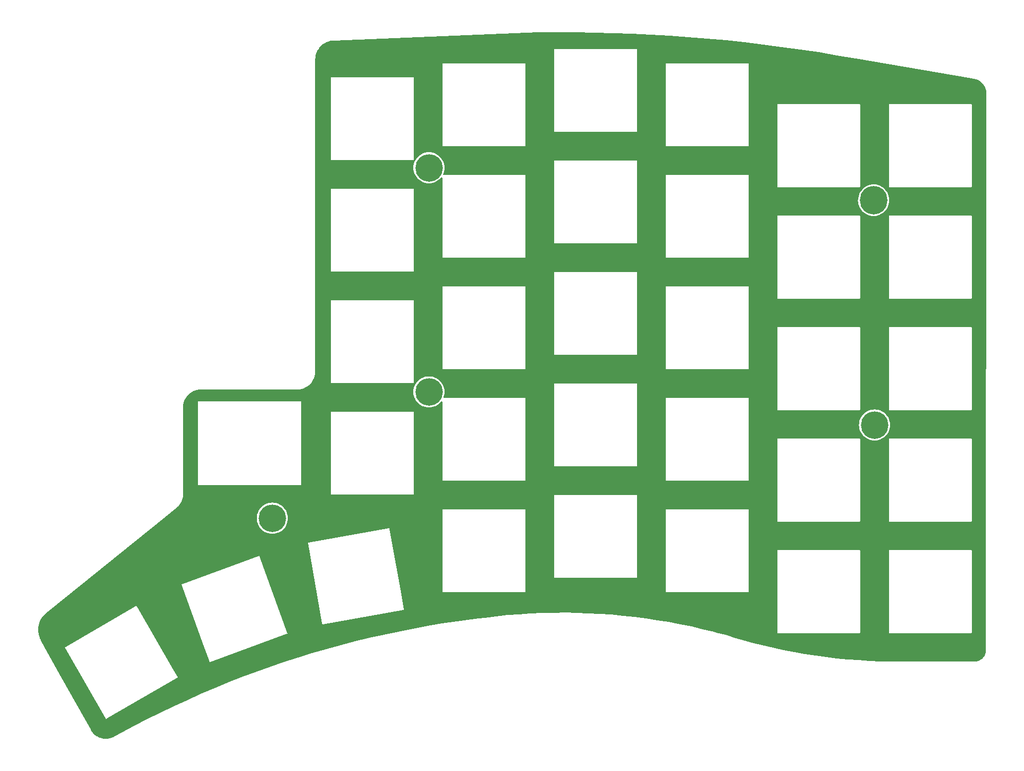
<source format=gbr>
G04 #@! TF.GenerationSoftware,KiCad,Pcbnew,7.0.9*
G04 #@! TF.CreationDate,2024-01-08T22:46:21+03:00*
G04 #@! TF.ProjectId,SofleKeyboardTopPlate,536f666c-654b-4657-9962-6f617264546f,rev?*
G04 #@! TF.SameCoordinates,Original*
G04 #@! TF.FileFunction,Copper,L2,Bot*
G04 #@! TF.FilePolarity,Positive*
%FSLAX46Y46*%
G04 Gerber Fmt 4.6, Leading zero omitted, Abs format (unit mm)*
G04 Created by KiCad (PCBNEW 7.0.9) date 2024-01-08 22:46:21*
%MOMM*%
%LPD*%
G01*
G04 APERTURE LIST*
G04 #@! TA.AperFunction,ComponentPad*
%ADD10C,4.700000*%
G04 #@! TD*
G04 APERTURE END LIST*
D10*
X99242768Y-116567265D03*
X125967768Y-56692265D03*
X202017768Y-100642265D03*
X125967768Y-56692265D03*
X99242768Y-116567265D03*
X99242768Y-116567265D03*
X125967768Y-94992265D03*
X125967768Y-56692265D03*
X201866904Y-62179465D03*
X201853077Y-62277855D03*
X201866904Y-62179465D03*
X125967768Y-94992265D03*
X99242768Y-116567265D03*
X202017768Y-100642265D03*
X201853077Y-62277855D03*
X125967768Y-56692265D03*
G04 #@! TA.AperFunction,NonConductor*
G36*
X151038987Y-33537705D02*
G01*
X154238794Y-33585921D01*
X157437858Y-33670031D01*
X160635777Y-33790022D01*
X163832149Y-33945880D01*
X167026571Y-34137585D01*
X170218642Y-34365113D01*
X173407960Y-34628436D01*
X176594123Y-34927520D01*
X179776730Y-35262328D01*
X182955381Y-35632818D01*
X186129676Y-36038943D01*
X189299215Y-36480651D01*
X192463600Y-36957888D01*
X195622432Y-37470592D01*
X198726328Y-38010184D01*
X198726432Y-38010223D01*
X198765970Y-38017077D01*
X198770546Y-38017872D01*
X198775314Y-38018701D01*
X198775314Y-38018700D01*
X198776338Y-38018878D01*
X198799460Y-38023031D01*
X198799460Y-38023030D01*
X198817809Y-38026326D01*
X198819322Y-38026351D01*
X198832856Y-38028703D01*
X198833079Y-38028707D01*
X218547428Y-41445776D01*
X219407244Y-41594807D01*
X219429596Y-41600840D01*
X219664889Y-41688236D01*
X219671558Y-41691163D01*
X219905211Y-41810254D01*
X219911483Y-41813922D01*
X220081330Y-41926931D01*
X220129826Y-41959198D01*
X220135652Y-41963581D01*
X220335742Y-42133084D01*
X220341020Y-42138107D01*
X220520204Y-42329584D01*
X220524871Y-42335189D01*
X220680746Y-42546075D01*
X220684734Y-42552181D01*
X220815215Y-42779653D01*
X220818467Y-42786169D01*
X220843259Y-42843988D01*
X220921812Y-43027194D01*
X220924293Y-43034052D01*
X220999113Y-43285393D01*
X221000786Y-43292491D01*
X221046083Y-43550785D01*
X221046925Y-43558030D01*
X221062171Y-43821184D01*
X221062277Y-43824862D01*
X221012301Y-139030783D01*
X221011200Y-139038464D01*
X221012251Y-139073689D01*
X221012242Y-139077743D01*
X221003898Y-139319320D01*
X221003097Y-139327395D01*
X220964138Y-139563874D01*
X220962307Y-139571778D01*
X220893307Y-139801307D01*
X220890476Y-139808911D01*
X220792579Y-140027680D01*
X220788795Y-140034858D01*
X220663623Y-140239241D01*
X220658949Y-140245873D01*
X220508568Y-140432499D01*
X220503082Y-140438476D01*
X220329991Y-140604245D01*
X220323782Y-140609469D01*
X220130827Y-140751652D01*
X220124003Y-140756032D01*
X219976228Y-140837976D01*
X219914408Y-140872256D01*
X219907074Y-140875726D01*
X219684270Y-140964085D01*
X219676551Y-140966585D01*
X219444265Y-141025602D01*
X219436289Y-141027090D01*
X219198340Y-141055797D01*
X219190238Y-141056248D01*
X218991403Y-141054521D01*
X218987799Y-141053870D01*
X218968487Y-141053870D01*
X218946071Y-141053870D01*
X218941476Y-141053702D01*
X218931743Y-141052990D01*
X218916683Y-141051888D01*
X218900325Y-141053870D01*
X204914979Y-141053870D01*
X203056645Y-141017735D01*
X201199200Y-140945760D01*
X199343488Y-140837976D01*
X197490201Y-140694422D01*
X195640027Y-140515151D01*
X193793654Y-140300231D01*
X191951770Y-140049742D01*
X190115059Y-139763776D01*
X188284205Y-139442440D01*
X186459889Y-139085854D01*
X184642790Y-138694150D01*
X182833583Y-138267473D01*
X181032941Y-137805983D01*
X179241535Y-137309852D01*
X178369031Y-137049992D01*
X177501425Y-136791591D01*
X177499363Y-136790614D01*
X177460070Y-136779275D01*
X177460030Y-136779263D01*
X177460029Y-136779263D01*
X177460011Y-136779257D01*
X177458475Y-136778796D01*
X177421865Y-136767509D01*
X177417074Y-136766867D01*
X176510795Y-136505350D01*
X175034266Y-136109580D01*
X185409289Y-136109580D01*
X185410999Y-136119278D01*
X185412163Y-136132591D01*
X185413662Y-136141091D01*
X185417120Y-136154000D01*
X185418831Y-136163702D01*
X185422348Y-136169794D01*
X185426865Y-136175177D01*
X185435395Y-136180102D01*
X185453385Y-136192699D01*
X185460931Y-136199031D01*
X185460932Y-136199031D01*
X185460933Y-136199032D01*
X185460934Y-136199032D01*
X185467536Y-136201435D01*
X185474460Y-136202656D01*
X185474460Y-136202655D01*
X185474461Y-136202656D01*
X185484159Y-136200945D01*
X185506038Y-136199032D01*
X199442883Y-136199032D01*
X199464763Y-136200946D01*
X199474460Y-136202656D01*
X199474460Y-136202655D01*
X199474461Y-136202656D01*
X199484159Y-136200945D01*
X199497480Y-136199780D01*
X199501723Y-136199032D01*
X199501725Y-136199032D01*
X199501726Y-136199031D01*
X199505989Y-136198280D01*
X199518886Y-136194822D01*
X199528585Y-136193113D01*
X199528586Y-136193111D01*
X199534673Y-136189596D01*
X199540054Y-136185081D01*
X199540058Y-136185080D01*
X199544982Y-136176550D01*
X199557578Y-136158560D01*
X199563913Y-136151012D01*
X199563913Y-136151011D01*
X199566315Y-136144411D01*
X199567535Y-136137487D01*
X199567537Y-136137484D01*
X199565827Y-136127785D01*
X199564260Y-136109869D01*
X204458152Y-136109869D01*
X204459862Y-136119567D01*
X204461026Y-136132880D01*
X204462525Y-136141380D01*
X204465983Y-136154289D01*
X204467694Y-136163991D01*
X204471211Y-136170083D01*
X204475728Y-136175466D01*
X204484258Y-136180391D01*
X204502248Y-136192988D01*
X204509794Y-136199320D01*
X204509795Y-136199320D01*
X204509796Y-136199321D01*
X204509797Y-136199321D01*
X204516399Y-136201724D01*
X204523323Y-136202945D01*
X204523323Y-136202944D01*
X204523324Y-136202945D01*
X204533022Y-136201234D01*
X204554901Y-136199321D01*
X218491746Y-136199321D01*
X218513626Y-136201235D01*
X218523323Y-136202945D01*
X218523323Y-136202944D01*
X218523324Y-136202945D01*
X218533022Y-136201234D01*
X218546343Y-136200069D01*
X218550586Y-136199321D01*
X218550588Y-136199321D01*
X218550589Y-136199320D01*
X218554852Y-136198569D01*
X218567749Y-136195111D01*
X218577448Y-136193402D01*
X218577449Y-136193400D01*
X218583536Y-136189885D01*
X218588917Y-136185370D01*
X218588921Y-136185369D01*
X218593845Y-136176839D01*
X218606441Y-136158849D01*
X218612776Y-136151301D01*
X218612776Y-136151300D01*
X218615178Y-136144700D01*
X218616398Y-136137776D01*
X218616400Y-136137773D01*
X218614690Y-136128074D01*
X218612776Y-136106195D01*
X218612776Y-122169350D01*
X218614690Y-122147469D01*
X218616398Y-122137776D01*
X218616400Y-122137773D01*
X218614690Y-122128074D01*
X218613525Y-122114761D01*
X218612776Y-122110513D01*
X218612776Y-122110509D01*
X218612774Y-122110504D01*
X218612024Y-122106249D01*
X218608566Y-122093343D01*
X218606857Y-122083650D01*
X218606857Y-122083649D01*
X218606855Y-122083648D01*
X218603338Y-122077556D01*
X218598825Y-122072176D01*
X218590292Y-122067250D01*
X218572301Y-122054652D01*
X218564755Y-122048320D01*
X218558157Y-122045918D01*
X218551228Y-122044696D01*
X218541530Y-122046407D01*
X218519651Y-122048321D01*
X204582806Y-122048321D01*
X204560926Y-122046407D01*
X204551228Y-122044696D01*
X204541530Y-122046407D01*
X204528214Y-122047571D01*
X204519729Y-122049067D01*
X204506815Y-122052527D01*
X204497103Y-122054240D01*
X204491013Y-122057755D01*
X204485630Y-122062273D01*
X204480702Y-122070808D01*
X204468111Y-122088790D01*
X204461775Y-122096340D01*
X204459373Y-122102940D01*
X204458152Y-122109869D01*
X204459862Y-122119567D01*
X204461776Y-122141445D01*
X204461776Y-136078290D01*
X204459863Y-136100164D01*
X204458152Y-136109869D01*
X199564260Y-136109869D01*
X199563913Y-136105906D01*
X199563913Y-122169061D01*
X199565827Y-122147180D01*
X199567535Y-122137487D01*
X199567537Y-122137484D01*
X199565827Y-122127785D01*
X199564662Y-122114472D01*
X199563913Y-122110224D01*
X199563913Y-122110220D01*
X199563911Y-122110215D01*
X199563161Y-122105960D01*
X199559703Y-122093054D01*
X199557994Y-122083361D01*
X199557994Y-122083360D01*
X199557992Y-122083359D01*
X199554475Y-122077267D01*
X199549962Y-122071887D01*
X199541429Y-122066961D01*
X199523438Y-122054363D01*
X199515892Y-122048031D01*
X199509294Y-122045629D01*
X199502365Y-122044407D01*
X199492667Y-122046118D01*
X199470788Y-122048032D01*
X185533943Y-122048032D01*
X185512063Y-122046118D01*
X185502365Y-122044407D01*
X185492667Y-122046118D01*
X185479351Y-122047282D01*
X185470866Y-122048778D01*
X185457952Y-122052238D01*
X185448240Y-122053951D01*
X185442150Y-122057466D01*
X185436767Y-122061984D01*
X185431839Y-122070519D01*
X185419248Y-122088501D01*
X185412912Y-122096051D01*
X185410510Y-122102651D01*
X185409289Y-122109580D01*
X185410999Y-122119278D01*
X185412913Y-122141156D01*
X185412913Y-136078001D01*
X185411000Y-136099875D01*
X185409289Y-136109580D01*
X175034266Y-136109580D01*
X174604887Y-135994489D01*
X172689592Y-135520031D01*
X170765606Y-135082149D01*
X168833626Y-134681000D01*
X166894355Y-134316731D01*
X164948496Y-133989474D01*
X162996756Y-133699347D01*
X161039842Y-133446457D01*
X159078465Y-133230894D01*
X157113338Y-133052738D01*
X155145174Y-132912052D01*
X153174686Y-132808887D01*
X151202590Y-132743282D01*
X149229603Y-132715260D01*
X147256440Y-132724831D01*
X145283817Y-132771992D01*
X143312451Y-132856725D01*
X141343056Y-132979001D01*
X139376349Y-133138773D01*
X137413043Y-133335985D01*
X135453850Y-133570565D01*
X134477312Y-133706400D01*
X133222551Y-133858378D01*
X130716470Y-134199772D01*
X128215741Y-134578383D01*
X125720916Y-134994127D01*
X123232548Y-135446913D01*
X120751185Y-135936639D01*
X118277377Y-136463197D01*
X115811670Y-137026473D01*
X113354608Y-137626340D01*
X110906735Y-138262666D01*
X108468593Y-138935311D01*
X106040718Y-139644127D01*
X103623650Y-140388955D01*
X101217920Y-141169632D01*
X98824062Y-141985986D01*
X96442603Y-142837836D01*
X94074071Y-143724993D01*
X91718989Y-144647261D01*
X89377877Y-145604438D01*
X87051253Y-146596310D01*
X84739630Y-147622660D01*
X82443520Y-148683260D01*
X80163431Y-149777875D01*
X77899865Y-150906264D01*
X75653324Y-152068178D01*
X73424303Y-153263360D01*
X72356307Y-153856607D01*
X72350144Y-153858947D01*
X72318578Y-153877545D01*
X72315611Y-153879187D01*
X72040675Y-154021825D01*
X72034484Y-154024625D01*
X71747383Y-154136233D01*
X71740927Y-154138350D01*
X71443473Y-154218418D01*
X71436827Y-154219828D01*
X71132484Y-154267423D01*
X71125724Y-154268109D01*
X70818027Y-154282678D01*
X70811233Y-154282633D01*
X70771650Y-154280235D01*
X70503756Y-154264007D01*
X70497012Y-154263232D01*
X70193333Y-154211629D01*
X70186706Y-154210132D01*
X69890323Y-154126144D01*
X69883912Y-154123948D01*
X69599552Y-154009067D01*
X69598290Y-154008557D01*
X69592138Y-154005676D01*
X69320603Y-153860227D01*
X69314795Y-153856701D01*
X69060482Y-153682870D01*
X69055088Y-153678739D01*
X68820965Y-153478561D01*
X68816046Y-153473874D01*
X68813633Y-153471313D01*
X68604818Y-153249658D01*
X68600432Y-153244469D01*
X68414562Y-152998831D01*
X68410761Y-152993201D01*
X68367916Y-152921717D01*
X68251220Y-152727018D01*
X68249572Y-152724092D01*
X68239163Y-152704388D01*
X68239162Y-152704387D01*
X68232410Y-152691605D01*
X68228827Y-152686934D01*
X67208171Y-150855665D01*
X63307265Y-143856625D01*
X60415033Y-138667356D01*
X63820326Y-138667356D01*
X63821545Y-138674273D01*
X63823951Y-138680881D01*
X63830281Y-138688425D01*
X63842877Y-138706415D01*
X70811301Y-150776080D01*
X70820580Y-150795978D01*
X70823950Y-150805236D01*
X70830284Y-150812785D01*
X70837954Y-150823738D01*
X70843501Y-150830349D01*
X70852947Y-150839795D01*
X70859276Y-150847338D01*
X70865372Y-150850857D01*
X70871969Y-150853258D01*
X70871970Y-150853258D01*
X70871971Y-150853259D01*
X70881817Y-150853258D01*
X70903699Y-150855172D01*
X70913403Y-150856884D01*
X70913405Y-150856883D01*
X70920313Y-150855665D01*
X70926926Y-150853258D01*
X70926930Y-150853258D01*
X70934475Y-150846926D01*
X70952460Y-150834333D01*
X83022134Y-143865904D01*
X83042033Y-143856625D01*
X83051282Y-143853258D01*
X83051286Y-143853258D01*
X83058824Y-143846931D01*
X83069780Y-143839261D01*
X83076391Y-143833714D01*
X83085845Y-143824259D01*
X83093387Y-143817932D01*
X83093387Y-143817928D01*
X83096902Y-143811841D01*
X83099303Y-143805242D01*
X83099307Y-143805239D01*
X83099306Y-143795387D01*
X83101220Y-143773508D01*
X83102932Y-143763807D01*
X83102930Y-143763804D01*
X83102931Y-143763804D01*
X83101713Y-143756895D01*
X83099306Y-143750279D01*
X83092978Y-143742738D01*
X83080382Y-143724749D01*
X82076507Y-141985986D01*
X76111951Y-131655072D01*
X76102669Y-131635167D01*
X76099306Y-131625926D01*
X76099306Y-131625924D01*
X76099304Y-131625922D01*
X76099304Y-131625921D01*
X76092975Y-131618378D01*
X76085302Y-131607420D01*
X76079770Y-131600827D01*
X76070309Y-131591366D01*
X76064326Y-131584236D01*
X76063980Y-131583823D01*
X76063979Y-131583822D01*
X76063978Y-131583821D01*
X76057887Y-131580304D01*
X76051288Y-131577903D01*
X76051287Y-131577903D01*
X76041438Y-131577903D01*
X76019558Y-131575989D01*
X76009855Y-131574278D01*
X76002937Y-131575497D01*
X75996326Y-131577903D01*
X75988779Y-131584236D01*
X75970797Y-131596826D01*
X63901123Y-138565256D01*
X63881222Y-138574537D01*
X63871971Y-138577904D01*
X63864416Y-138584243D01*
X63853453Y-138591920D01*
X63846880Y-138597435D01*
X63837423Y-138606891D01*
X63829871Y-138613227D01*
X63826351Y-138619324D01*
X63823951Y-138625922D01*
X63823951Y-138635772D01*
X63822037Y-138657650D01*
X63820326Y-138667352D01*
X63820326Y-138667353D01*
X63820326Y-138667355D01*
X63820326Y-138667356D01*
X60415033Y-138667356D01*
X59697227Y-137379463D01*
X59694907Y-137374869D01*
X59547257Y-137049990D01*
X59545014Y-137044346D01*
X59503759Y-136923960D01*
X59429309Y-136706709D01*
X59427627Y-136700904D01*
X59344959Y-136353664D01*
X59343842Y-136347708D01*
X59294992Y-135994149D01*
X59294454Y-135988136D01*
X59279869Y-135631500D01*
X59279914Y-135625430D01*
X59299730Y-135269074D01*
X59300357Y-135263044D01*
X59354393Y-134910225D01*
X59355593Y-134904310D01*
X59443348Y-134558319D01*
X59445116Y-134552537D01*
X59565770Y-134216610D01*
X59568083Y-134211032D01*
X59720518Y-133888285D01*
X59723355Y-133882958D01*
X59906164Y-133576369D01*
X59909498Y-133571345D01*
X60120974Y-133283779D01*
X60124776Y-133279100D01*
X60362947Y-133013240D01*
X60367187Y-133008943D01*
X60629848Y-132767245D01*
X60634488Y-132763371D01*
X60886179Y-132573052D01*
X60894152Y-132568809D01*
X60905146Y-132559915D01*
X60905148Y-132559916D01*
X60922170Y-132546147D01*
X60926233Y-132543124D01*
X60941875Y-132532442D01*
X60941875Y-132532440D01*
X60945433Y-132530011D01*
X60957933Y-132517222D01*
X66653943Y-127910314D01*
X83735382Y-127910314D01*
X83736604Y-127917246D01*
X83736604Y-127917247D01*
X83741527Y-127925774D01*
X83750806Y-127945673D01*
X87507634Y-138267473D01*
X88485242Y-140953430D01*
X88517491Y-141042032D01*
X88523175Y-141063243D01*
X88524885Y-141072942D01*
X88524886Y-141072943D01*
X88524886Y-141072944D01*
X88529812Y-141081477D01*
X88535466Y-141093600D01*
X88539774Y-141101061D01*
X88547439Y-141112008D01*
X88552365Y-141120540D01*
X88552367Y-141120540D01*
X88557756Y-141125063D01*
X88563834Y-141128573D01*
X88563836Y-141128573D01*
X88563837Y-141128574D01*
X88573533Y-141130283D01*
X88594749Y-141135968D01*
X88604010Y-141139339D01*
X88604013Y-141139338D01*
X88611030Y-141139338D01*
X88617959Y-141138116D01*
X88617961Y-141138117D01*
X88617963Y-141138116D01*
X88626482Y-141133197D01*
X88646394Y-141123911D01*
X88655656Y-141120540D01*
X101742751Y-136357226D01*
X101763964Y-136351543D01*
X101773653Y-136349834D01*
X101773658Y-136349835D01*
X101782178Y-136344916D01*
X101794303Y-136339261D01*
X101798036Y-136337105D01*
X101798038Y-136337105D01*
X101798039Y-136337103D01*
X101801782Y-136334943D01*
X101812731Y-136327276D01*
X101821254Y-136322356D01*
X101821254Y-136322354D01*
X101825773Y-136316968D01*
X101829284Y-136310886D01*
X101829288Y-136310884D01*
X101830999Y-136301181D01*
X101836685Y-136279960D01*
X101840052Y-136270710D01*
X101840052Y-136263689D01*
X101838830Y-136256762D01*
X101838831Y-136256760D01*
X101833904Y-136248226D01*
X101824624Y-136228324D01*
X101815282Y-136202656D01*
X97057940Y-123131966D01*
X97052255Y-123110748D01*
X97050548Y-123101068D01*
X97050549Y-123101063D01*
X97045623Y-123092531D01*
X97039972Y-123080411D01*
X97035659Y-123072942D01*
X97027991Y-123061991D01*
X97023070Y-123053467D01*
X97023068Y-123053466D01*
X97017676Y-123048942D01*
X97011598Y-123045432D01*
X97001887Y-123043720D01*
X96980683Y-123038038D01*
X96971424Y-123034668D01*
X96964398Y-123034668D01*
X96957475Y-123035889D01*
X96948941Y-123040816D01*
X96929042Y-123050094D01*
X83832683Y-127816778D01*
X83811472Y-127822462D01*
X83801777Y-127824171D01*
X83793236Y-127829102D01*
X83781111Y-127834757D01*
X83773667Y-127839055D01*
X83762714Y-127846724D01*
X83754181Y-127851650D01*
X83749658Y-127857039D01*
X83746147Y-127863122D01*
X83744436Y-127872825D01*
X83738753Y-127894033D01*
X83735382Y-127903295D01*
X83735382Y-127910314D01*
X66653943Y-127910314D01*
X75418923Y-120821237D01*
X105317433Y-120821237D01*
X105320801Y-120830491D01*
X105326485Y-120851704D01*
X107746592Y-134576814D01*
X107748506Y-134598686D01*
X107748506Y-134608545D01*
X107751877Y-134617806D01*
X107755338Y-134630718D01*
X107758286Y-134638818D01*
X107763931Y-134650923D01*
X107767303Y-134660186D01*
X107767304Y-134660188D01*
X107767305Y-134660188D01*
X107771825Y-134665576D01*
X107777205Y-134670091D01*
X107777206Y-134670091D01*
X107777207Y-134670092D01*
X107786462Y-134673460D01*
X107806365Y-134682741D01*
X107814900Y-134687669D01*
X107814902Y-134687668D01*
X107821818Y-134688888D01*
X107828850Y-134688888D01*
X107828851Y-134688887D01*
X107828852Y-134688888D01*
X107838107Y-134685519D01*
X107859304Y-134679838D01*
X121584436Y-132259727D01*
X121606316Y-132257814D01*
X121616161Y-132257814D01*
X121625406Y-132254448D01*
X121638327Y-132250986D01*
X121646445Y-132248032D01*
X121658555Y-132242384D01*
X121667805Y-132239018D01*
X121667806Y-132239016D01*
X121673192Y-132234497D01*
X121677707Y-132229116D01*
X121677709Y-132229115D01*
X121681076Y-132219861D01*
X121690361Y-132199950D01*
X121695286Y-132191422D01*
X121695285Y-132191419D01*
X121696504Y-132184507D01*
X121696504Y-132177472D01*
X121696505Y-132177470D01*
X121693136Y-132168215D01*
X121687454Y-132147008D01*
X121151825Y-129109306D01*
X128259429Y-129109306D01*
X128261139Y-129119004D01*
X128262303Y-129132317D01*
X128263802Y-129140817D01*
X128267260Y-129153726D01*
X128268971Y-129163428D01*
X128272488Y-129169520D01*
X128277005Y-129174903D01*
X128285535Y-129179828D01*
X128303525Y-129192425D01*
X128311071Y-129198757D01*
X128311072Y-129198757D01*
X128311073Y-129198758D01*
X128311074Y-129198758D01*
X128317676Y-129201161D01*
X128324600Y-129202382D01*
X128324600Y-129202381D01*
X128324601Y-129202382D01*
X128334299Y-129200671D01*
X128356178Y-129198758D01*
X142293023Y-129198758D01*
X142314903Y-129200672D01*
X142324600Y-129202382D01*
X142324600Y-129202381D01*
X142324601Y-129202382D01*
X142334299Y-129200671D01*
X142347620Y-129199506D01*
X142351863Y-129198758D01*
X142351865Y-129198758D01*
X142351866Y-129198757D01*
X142356129Y-129198006D01*
X142369026Y-129194548D01*
X142378725Y-129192839D01*
X142378726Y-129192837D01*
X142384813Y-129189322D01*
X142390194Y-129184807D01*
X142390198Y-129184806D01*
X142395122Y-129176276D01*
X142407718Y-129158286D01*
X142414053Y-129150738D01*
X142414053Y-129150737D01*
X142416455Y-129144137D01*
X142417675Y-129137213D01*
X142417677Y-129137210D01*
X142415967Y-129127511D01*
X142414382Y-129109388D01*
X166358127Y-129109388D01*
X166359837Y-129119086D01*
X166361001Y-129132399D01*
X166362500Y-129140899D01*
X166365958Y-129153808D01*
X166367669Y-129163510D01*
X166371186Y-129169602D01*
X166375703Y-129174985D01*
X166384233Y-129179910D01*
X166402223Y-129192507D01*
X166409769Y-129198839D01*
X166409770Y-129198839D01*
X166409771Y-129198840D01*
X166409772Y-129198840D01*
X166416374Y-129201243D01*
X166423298Y-129202464D01*
X166423298Y-129202463D01*
X166423299Y-129202464D01*
X166432997Y-129200753D01*
X166454876Y-129198840D01*
X180391721Y-129198840D01*
X180413601Y-129200754D01*
X180423298Y-129202464D01*
X180423298Y-129202463D01*
X180423299Y-129202464D01*
X180432997Y-129200753D01*
X180446318Y-129199588D01*
X180450561Y-129198840D01*
X180450563Y-129198840D01*
X180450564Y-129198839D01*
X180454827Y-129198088D01*
X180467724Y-129194630D01*
X180477423Y-129192921D01*
X180477424Y-129192919D01*
X180483511Y-129189404D01*
X180488892Y-129184889D01*
X180488896Y-129184888D01*
X180493820Y-129176358D01*
X180506416Y-129158368D01*
X180512751Y-129150820D01*
X180512751Y-129150819D01*
X180515153Y-129144219D01*
X180516373Y-129137295D01*
X180516375Y-129137292D01*
X180514665Y-129127593D01*
X180512751Y-129105714D01*
X180512751Y-117059580D01*
X185409289Y-117059580D01*
X185410999Y-117069278D01*
X185412163Y-117082591D01*
X185413662Y-117091091D01*
X185417120Y-117104000D01*
X185418831Y-117113702D01*
X185422348Y-117119794D01*
X185426865Y-117125177D01*
X185435395Y-117130102D01*
X185453385Y-117142699D01*
X185460931Y-117149031D01*
X185460932Y-117149031D01*
X185460933Y-117149032D01*
X185460934Y-117149032D01*
X185467536Y-117151435D01*
X185474460Y-117152656D01*
X185474460Y-117152655D01*
X185474461Y-117152656D01*
X185484159Y-117150945D01*
X185506038Y-117149032D01*
X199442883Y-117149032D01*
X199464763Y-117150946D01*
X199474460Y-117152656D01*
X199474460Y-117152655D01*
X199474461Y-117152656D01*
X199484159Y-117150945D01*
X199497480Y-117149780D01*
X199501723Y-117149032D01*
X199501725Y-117149032D01*
X199501726Y-117149031D01*
X199505989Y-117148280D01*
X199518886Y-117144822D01*
X199528585Y-117143113D01*
X199528586Y-117143111D01*
X199534673Y-117139596D01*
X199540054Y-117135081D01*
X199540058Y-117135080D01*
X199544982Y-117126550D01*
X199557578Y-117108560D01*
X199563913Y-117101012D01*
X199563913Y-117101011D01*
X199566315Y-117094411D01*
X199567535Y-117087487D01*
X199567537Y-117087484D01*
X199565827Y-117077785D01*
X199564260Y-117059869D01*
X204458152Y-117059869D01*
X204459862Y-117069567D01*
X204461026Y-117082880D01*
X204462525Y-117091380D01*
X204465983Y-117104289D01*
X204467694Y-117113991D01*
X204471211Y-117120083D01*
X204475728Y-117125466D01*
X204484258Y-117130391D01*
X204502248Y-117142988D01*
X204509794Y-117149320D01*
X204509795Y-117149320D01*
X204509796Y-117149321D01*
X204509797Y-117149321D01*
X204516399Y-117151724D01*
X204523323Y-117152945D01*
X204523323Y-117152944D01*
X204523324Y-117152945D01*
X204533022Y-117151234D01*
X204554901Y-117149321D01*
X218491746Y-117149321D01*
X218513626Y-117151235D01*
X218523323Y-117152945D01*
X218523323Y-117152944D01*
X218523324Y-117152945D01*
X218533022Y-117151234D01*
X218546343Y-117150069D01*
X218550586Y-117149321D01*
X218550588Y-117149321D01*
X218550589Y-117149320D01*
X218554852Y-117148569D01*
X218567749Y-117145111D01*
X218577448Y-117143402D01*
X218577449Y-117143400D01*
X218583536Y-117139885D01*
X218588917Y-117135370D01*
X218588921Y-117135369D01*
X218593845Y-117126839D01*
X218606441Y-117108849D01*
X218612776Y-117101301D01*
X218612776Y-117101300D01*
X218615178Y-117094700D01*
X218616398Y-117087776D01*
X218616400Y-117087773D01*
X218614690Y-117078074D01*
X218612776Y-117056195D01*
X218612776Y-103119350D01*
X218614690Y-103097469D01*
X218616398Y-103087776D01*
X218616400Y-103087773D01*
X218614690Y-103078074D01*
X218613525Y-103064761D01*
X218612776Y-103060513D01*
X218612776Y-103060509D01*
X218612774Y-103060504D01*
X218612024Y-103056249D01*
X218608566Y-103043343D01*
X218606857Y-103033650D01*
X218606857Y-103033649D01*
X218606855Y-103033648D01*
X218603338Y-103027556D01*
X218598825Y-103022176D01*
X218590292Y-103017250D01*
X218572301Y-103004652D01*
X218564755Y-102998320D01*
X218558157Y-102995918D01*
X218551228Y-102994696D01*
X218541530Y-102996407D01*
X218519651Y-102998321D01*
X204582806Y-102998321D01*
X204560926Y-102996407D01*
X204551228Y-102994696D01*
X204541530Y-102996407D01*
X204528214Y-102997571D01*
X204519729Y-102999067D01*
X204506815Y-103002527D01*
X204497103Y-103004240D01*
X204491013Y-103007755D01*
X204485630Y-103012273D01*
X204480702Y-103020808D01*
X204468111Y-103038790D01*
X204461775Y-103046340D01*
X204459373Y-103052940D01*
X204458152Y-103059869D01*
X204459862Y-103069567D01*
X204461776Y-103091445D01*
X204461776Y-117028290D01*
X204459863Y-117050164D01*
X204458152Y-117059869D01*
X199564260Y-117059869D01*
X199563913Y-117055906D01*
X199563913Y-103119061D01*
X199565827Y-103097180D01*
X199567535Y-103087487D01*
X199567537Y-103087484D01*
X199565827Y-103077785D01*
X199564662Y-103064472D01*
X199563913Y-103060224D01*
X199563913Y-103060220D01*
X199563911Y-103060215D01*
X199563161Y-103055960D01*
X199559703Y-103043054D01*
X199557994Y-103033361D01*
X199557994Y-103033360D01*
X199557992Y-103033359D01*
X199554475Y-103027267D01*
X199549962Y-103021887D01*
X199541429Y-103016961D01*
X199523438Y-103004363D01*
X199515892Y-102998031D01*
X199509294Y-102995629D01*
X199502365Y-102994407D01*
X199492667Y-102996118D01*
X199470788Y-102998032D01*
X185533943Y-102998032D01*
X185512063Y-102996118D01*
X185502365Y-102994407D01*
X185492667Y-102996118D01*
X185479351Y-102997282D01*
X185470866Y-102998778D01*
X185457952Y-103002238D01*
X185448240Y-103003951D01*
X185442150Y-103007466D01*
X185436767Y-103011984D01*
X185431839Y-103020519D01*
X185419248Y-103038501D01*
X185412912Y-103046051D01*
X185410510Y-103052651D01*
X185409289Y-103059580D01*
X185410999Y-103069278D01*
X185412913Y-103091156D01*
X185412913Y-117028001D01*
X185411000Y-117049875D01*
X185409289Y-117059580D01*
X180512751Y-117059580D01*
X180512751Y-115168869D01*
X180514665Y-115146988D01*
X180516373Y-115137295D01*
X180516375Y-115137292D01*
X180514665Y-115127593D01*
X180513500Y-115114280D01*
X180512751Y-115110032D01*
X180512751Y-115110028D01*
X180512749Y-115110023D01*
X180511999Y-115105768D01*
X180508541Y-115092862D01*
X180506832Y-115083169D01*
X180506832Y-115083168D01*
X180506830Y-115083167D01*
X180503313Y-115077075D01*
X180498800Y-115071695D01*
X180490267Y-115066769D01*
X180472276Y-115054171D01*
X180464730Y-115047839D01*
X180458132Y-115045437D01*
X180451203Y-115044215D01*
X180441505Y-115045926D01*
X180419626Y-115047840D01*
X166482781Y-115047840D01*
X166460901Y-115045926D01*
X166451203Y-115044215D01*
X166441505Y-115045926D01*
X166428189Y-115047090D01*
X166419704Y-115048586D01*
X166406790Y-115052046D01*
X166397078Y-115053759D01*
X166390988Y-115057274D01*
X166385605Y-115061792D01*
X166380677Y-115070327D01*
X166368086Y-115088309D01*
X166361750Y-115095859D01*
X166359348Y-115102459D01*
X166358127Y-115109388D01*
X166359837Y-115119086D01*
X166361751Y-115140964D01*
X166361751Y-129077809D01*
X166359838Y-129099683D01*
X166358127Y-129109388D01*
X142414382Y-129109388D01*
X142414053Y-129105632D01*
X142414053Y-126659844D01*
X147308013Y-126659844D01*
X147309723Y-126669542D01*
X147310887Y-126682855D01*
X147312386Y-126691355D01*
X147315844Y-126704264D01*
X147317555Y-126713966D01*
X147321072Y-126720058D01*
X147325589Y-126725441D01*
X147334119Y-126730366D01*
X147352109Y-126742963D01*
X147359655Y-126749295D01*
X147359656Y-126749295D01*
X147359657Y-126749296D01*
X147359658Y-126749296D01*
X147366260Y-126751699D01*
X147373184Y-126752920D01*
X147373184Y-126752919D01*
X147373185Y-126752920D01*
X147382883Y-126751209D01*
X147404762Y-126749296D01*
X161341607Y-126749296D01*
X161363487Y-126751210D01*
X161373184Y-126752920D01*
X161373184Y-126752919D01*
X161373185Y-126752920D01*
X161382883Y-126751209D01*
X161396204Y-126750044D01*
X161400447Y-126749296D01*
X161400449Y-126749296D01*
X161400450Y-126749295D01*
X161404713Y-126748544D01*
X161417610Y-126745086D01*
X161427309Y-126743377D01*
X161427310Y-126743375D01*
X161433397Y-126739860D01*
X161438778Y-126735345D01*
X161438782Y-126735344D01*
X161443706Y-126726814D01*
X161456302Y-126708824D01*
X161462637Y-126701276D01*
X161462637Y-126701275D01*
X161465039Y-126694675D01*
X161466259Y-126687751D01*
X161466261Y-126687748D01*
X161464551Y-126678049D01*
X161462637Y-126656170D01*
X161462637Y-112719325D01*
X161464551Y-112697444D01*
X161466259Y-112687751D01*
X161466261Y-112687748D01*
X161464551Y-112678049D01*
X161463386Y-112664736D01*
X161462637Y-112660488D01*
X161462637Y-112660484D01*
X161462635Y-112660479D01*
X161461885Y-112656224D01*
X161458427Y-112643318D01*
X161456718Y-112633625D01*
X161456718Y-112633624D01*
X161456716Y-112633623D01*
X161453199Y-112627531D01*
X161448686Y-112622151D01*
X161440153Y-112617225D01*
X161422162Y-112604627D01*
X161414616Y-112598295D01*
X161408018Y-112595893D01*
X161401089Y-112594671D01*
X161391391Y-112596382D01*
X161369512Y-112598296D01*
X147432667Y-112598296D01*
X147410787Y-112596382D01*
X147401089Y-112594671D01*
X147391391Y-112596382D01*
X147378075Y-112597546D01*
X147369590Y-112599042D01*
X147356676Y-112602502D01*
X147346964Y-112604215D01*
X147340874Y-112607730D01*
X147335491Y-112612248D01*
X147330563Y-112620783D01*
X147317972Y-112638765D01*
X147311636Y-112646315D01*
X147309234Y-112652915D01*
X147308013Y-112659844D01*
X147309723Y-112669542D01*
X147311637Y-112691420D01*
X147311637Y-126628265D01*
X147309724Y-126650139D01*
X147308013Y-126659844D01*
X142414053Y-126659844D01*
X142414053Y-115168787D01*
X142415967Y-115146906D01*
X142417675Y-115137213D01*
X142417677Y-115137210D01*
X142415967Y-115127511D01*
X142414802Y-115114198D01*
X142414053Y-115109950D01*
X142414053Y-115109946D01*
X142414051Y-115109941D01*
X142413301Y-115105686D01*
X142409843Y-115092780D01*
X142409040Y-115088227D01*
X142408134Y-115083086D01*
X142408132Y-115083085D01*
X142404615Y-115076993D01*
X142400102Y-115071613D01*
X142391569Y-115066687D01*
X142373578Y-115054089D01*
X142366032Y-115047757D01*
X142359434Y-115045355D01*
X142352505Y-115044133D01*
X142342807Y-115045844D01*
X142320928Y-115047758D01*
X128384083Y-115047758D01*
X128362203Y-115045844D01*
X128352505Y-115044133D01*
X128342807Y-115045844D01*
X128329491Y-115047008D01*
X128321006Y-115048504D01*
X128308092Y-115051964D01*
X128298380Y-115053677D01*
X128292290Y-115057192D01*
X128286907Y-115061710D01*
X128281979Y-115070245D01*
X128269388Y-115088227D01*
X128263052Y-115095777D01*
X128260650Y-115102377D01*
X128259429Y-115109306D01*
X128261139Y-115119004D01*
X128263053Y-115140882D01*
X128263053Y-129077727D01*
X128261140Y-129099601D01*
X128259429Y-129109306D01*
X121151825Y-129109306D01*
X119267344Y-118421883D01*
X119265431Y-118400002D01*
X119265431Y-118390163D01*
X119265432Y-118390161D01*
X119262061Y-118380900D01*
X119258606Y-118368005D01*
X119257128Y-118363946D01*
X119257128Y-118363941D01*
X119257125Y-118363936D01*
X119255649Y-118359880D01*
X119250004Y-118347772D01*
X119246636Y-118338517D01*
X119246634Y-118338515D01*
X119242117Y-118333132D01*
X119236730Y-118328611D01*
X119227476Y-118325243D01*
X119207574Y-118315962D01*
X119199042Y-118311036D01*
X119192125Y-118309816D01*
X119185087Y-118309816D01*
X119175832Y-118313184D01*
X119154622Y-118318867D01*
X105429504Y-120738977D01*
X105407624Y-120740891D01*
X105397777Y-120740891D01*
X105388511Y-120744263D01*
X105375612Y-120747719D01*
X105367515Y-120750666D01*
X105355402Y-120756313D01*
X105346134Y-120759686D01*
X105340744Y-120764209D01*
X105336230Y-120769589D01*
X105332859Y-120778851D01*
X105323579Y-120798751D01*
X105318652Y-120807285D01*
X105317433Y-120814197D01*
X105317433Y-120821237D01*
X75418923Y-120821237D01*
X80678560Y-116567266D01*
X96587423Y-116567266D01*
X96606782Y-116887328D01*
X96606783Y-116887331D01*
X96664579Y-117202718D01*
X96664582Y-117202732D01*
X96759978Y-117508867D01*
X96891571Y-117801254D01*
X96891574Y-117801260D01*
X96891576Y-117801264D01*
X96891577Y-117801265D01*
X97057462Y-118075673D01*
X97250035Y-118321474D01*
X97255215Y-118328085D01*
X97255220Y-118328091D01*
X97481941Y-118554812D01*
X97481947Y-118554817D01*
X97481949Y-118554819D01*
X97734360Y-118752571D01*
X98008768Y-118918456D01*
X98008770Y-118918457D01*
X98008772Y-118918458D01*
X98008778Y-118918461D01*
X98301165Y-119050054D01*
X98301166Y-119050054D01*
X98301170Y-119050056D01*
X98607302Y-119145451D01*
X98922702Y-119203250D01*
X99136079Y-119216156D01*
X99242767Y-119222610D01*
X99242768Y-119222610D01*
X99242769Y-119222610D01*
X99322784Y-119217770D01*
X99562834Y-119203250D01*
X99878234Y-119145451D01*
X100184366Y-119050056D01*
X100476768Y-118918456D01*
X100751176Y-118752571D01*
X101003587Y-118554819D01*
X101230322Y-118328084D01*
X101428074Y-118075673D01*
X101593959Y-117801265D01*
X101725559Y-117508863D01*
X101820954Y-117202731D01*
X101878753Y-116887331D01*
X101898113Y-116567265D01*
X101878753Y-116247199D01*
X101820954Y-115931799D01*
X101725559Y-115625667D01*
X101593959Y-115333265D01*
X101428074Y-115058857D01*
X101230322Y-114806446D01*
X101230320Y-114806444D01*
X101230315Y-114806438D01*
X101003594Y-114579717D01*
X101003588Y-114579712D01*
X100751175Y-114381958D01*
X100476763Y-114216071D01*
X100476757Y-114216068D01*
X100184370Y-114084475D01*
X99878235Y-113989079D01*
X99878221Y-113989076D01*
X99562834Y-113931280D01*
X99562831Y-113931279D01*
X99242769Y-113911920D01*
X99242767Y-113911920D01*
X98922704Y-113931279D01*
X98922701Y-113931280D01*
X98607314Y-113989076D01*
X98607300Y-113989079D01*
X98301165Y-114084475D01*
X98008778Y-114216068D01*
X98008772Y-114216071D01*
X97734360Y-114381958D01*
X97481947Y-114579712D01*
X97481941Y-114579717D01*
X97255220Y-114806438D01*
X97255215Y-114806444D01*
X97057461Y-115058857D01*
X96891574Y-115333269D01*
X96891571Y-115333275D01*
X96759978Y-115625662D01*
X96664582Y-115931797D01*
X96664579Y-115931811D01*
X96606783Y-116247198D01*
X96606782Y-116247201D01*
X96587423Y-116567263D01*
X96587423Y-116567266D01*
X80678560Y-116567266D01*
X83075591Y-114628558D01*
X83094147Y-114616518D01*
X83095136Y-114615528D01*
X83095139Y-114615528D01*
X83107335Y-114603331D01*
X83112239Y-114598918D01*
X83116928Y-114595127D01*
X83116931Y-114595120D01*
X83124686Y-114586210D01*
X83127651Y-114583031D01*
X83219331Y-114491353D01*
X83411031Y-114257764D01*
X83578913Y-114006510D01*
X83721358Y-113740011D01*
X83836996Y-113460832D01*
X83924713Y-113171664D01*
X83983664Y-112875290D01*
X84001772Y-112691420D01*
X84013279Y-112574581D01*
X84013279Y-112574574D01*
X84013280Y-112574564D01*
X84013279Y-112473496D01*
X84013300Y-112473376D01*
X84013287Y-112443080D01*
X84013279Y-112423474D01*
X84013278Y-112409512D01*
X109208850Y-112409512D01*
X109210560Y-112419210D01*
X109211724Y-112432523D01*
X109213223Y-112441023D01*
X109216681Y-112453932D01*
X109218392Y-112463634D01*
X109221909Y-112469726D01*
X109226426Y-112475109D01*
X109234956Y-112480034D01*
X109252946Y-112492631D01*
X109260492Y-112498963D01*
X109260493Y-112498963D01*
X109260494Y-112498964D01*
X109260495Y-112498964D01*
X109267097Y-112501367D01*
X109274021Y-112502588D01*
X109274021Y-112502587D01*
X109274022Y-112502588D01*
X109283720Y-112500877D01*
X109305599Y-112498964D01*
X123242444Y-112498964D01*
X123264324Y-112500878D01*
X123274021Y-112502588D01*
X123274021Y-112502587D01*
X123274022Y-112502588D01*
X123283720Y-112500877D01*
X123297041Y-112499712D01*
X123301284Y-112498964D01*
X123301286Y-112498964D01*
X123301287Y-112498963D01*
X123305550Y-112498212D01*
X123318447Y-112494754D01*
X123328146Y-112493045D01*
X123328147Y-112493043D01*
X123334234Y-112489528D01*
X123339615Y-112485013D01*
X123339619Y-112485012D01*
X123344543Y-112476482D01*
X123357139Y-112458492D01*
X123363474Y-112450944D01*
X123363474Y-112450943D01*
X123365876Y-112444343D01*
X123367096Y-112437419D01*
X123367098Y-112437416D01*
X123365388Y-112427717D01*
X123363474Y-112405838D01*
X123363474Y-98468993D01*
X123365388Y-98447112D01*
X123367096Y-98437419D01*
X123367098Y-98437416D01*
X123365388Y-98427717D01*
X123364223Y-98414404D01*
X123363474Y-98410156D01*
X123363474Y-98410152D01*
X123363472Y-98410147D01*
X123362722Y-98405892D01*
X123359264Y-98392986D01*
X123357555Y-98383293D01*
X123357555Y-98383292D01*
X123357553Y-98383291D01*
X123354036Y-98377199D01*
X123349523Y-98371819D01*
X123340990Y-98366893D01*
X123322999Y-98354295D01*
X123315453Y-98347963D01*
X123308855Y-98345561D01*
X123301926Y-98344339D01*
X123292228Y-98346050D01*
X123270349Y-98347964D01*
X109333504Y-98347964D01*
X109311624Y-98346050D01*
X109301926Y-98344339D01*
X109292228Y-98346050D01*
X109278912Y-98347214D01*
X109270427Y-98348710D01*
X109257513Y-98352170D01*
X109247801Y-98353883D01*
X109241711Y-98357398D01*
X109236328Y-98361916D01*
X109231400Y-98370451D01*
X109218809Y-98388433D01*
X109212473Y-98395983D01*
X109210071Y-98402583D01*
X109208850Y-98409512D01*
X109210560Y-98419210D01*
X109212474Y-98441088D01*
X109212474Y-112377933D01*
X109210561Y-112399807D01*
X109208850Y-112409512D01*
X84013278Y-112409512D01*
X84013278Y-112398943D01*
X84013277Y-112398942D01*
X84013277Y-112379357D01*
X84013259Y-112379243D01*
X84012569Y-110817736D01*
X86535662Y-110817736D01*
X86537372Y-110827434D01*
X86538536Y-110840747D01*
X86540035Y-110849247D01*
X86543493Y-110862156D01*
X86545204Y-110871858D01*
X86548721Y-110877950D01*
X86553238Y-110883333D01*
X86561768Y-110888258D01*
X86579758Y-110900855D01*
X86587304Y-110907187D01*
X86587305Y-110907187D01*
X86587306Y-110907188D01*
X86587307Y-110907188D01*
X86593909Y-110909591D01*
X86600833Y-110910812D01*
X86600833Y-110910811D01*
X86600834Y-110910812D01*
X86610532Y-110909101D01*
X86632411Y-110907188D01*
X104048307Y-110907188D01*
X104070187Y-110909102D01*
X104079884Y-110910812D01*
X104079884Y-110910811D01*
X104079885Y-110910812D01*
X104089583Y-110909101D01*
X104102904Y-110907936D01*
X104107147Y-110907188D01*
X104107149Y-110907188D01*
X104107150Y-110907187D01*
X104111413Y-110906436D01*
X104124310Y-110902978D01*
X104134009Y-110901269D01*
X104134010Y-110901267D01*
X104140097Y-110897752D01*
X104145478Y-110893237D01*
X104145482Y-110893236D01*
X104150406Y-110884706D01*
X104163002Y-110866716D01*
X104169337Y-110859168D01*
X104169337Y-110859167D01*
X104171739Y-110852567D01*
X104172959Y-110845643D01*
X104172961Y-110845640D01*
X104171251Y-110835941D01*
X104169337Y-110814062D01*
X104169337Y-96747810D01*
X104171251Y-96725929D01*
X104172959Y-96716236D01*
X104172961Y-96716233D01*
X104171251Y-96706534D01*
X104170086Y-96693221D01*
X104169337Y-96688973D01*
X104169337Y-96688969D01*
X104169335Y-96688964D01*
X104168585Y-96684709D01*
X104165127Y-96671803D01*
X104163418Y-96662110D01*
X104163418Y-96662109D01*
X104163416Y-96662108D01*
X104159899Y-96656016D01*
X104155386Y-96650636D01*
X104146853Y-96645710D01*
X104128862Y-96633112D01*
X104121316Y-96626780D01*
X104114718Y-96624378D01*
X104107789Y-96623156D01*
X104098091Y-96624867D01*
X104076212Y-96626781D01*
X86660316Y-96626781D01*
X86638436Y-96624867D01*
X86628738Y-96623156D01*
X86619040Y-96624867D01*
X86605724Y-96626031D01*
X86597239Y-96627527D01*
X86584325Y-96630987D01*
X86574613Y-96632700D01*
X86568523Y-96636215D01*
X86563140Y-96640733D01*
X86558212Y-96649268D01*
X86545621Y-96667250D01*
X86539285Y-96674800D01*
X86536883Y-96681400D01*
X86535662Y-96688329D01*
X86537372Y-96698027D01*
X86539286Y-96719905D01*
X86539286Y-110786157D01*
X86537373Y-110808031D01*
X86535662Y-110817736D01*
X84012569Y-110817736D01*
X84006715Y-97570431D01*
X84006802Y-97567134D01*
X84008154Y-97541341D01*
X84022907Y-97259826D01*
X84023596Y-97253279D01*
X84051487Y-97077179D01*
X84071479Y-96950951D01*
X84072851Y-96944500D01*
X84124139Y-96753091D01*
X84152074Y-96648832D01*
X84154105Y-96642581D01*
X84263808Y-96356794D01*
X84266476Y-96350801D01*
X84405450Y-96078049D01*
X84408735Y-96072356D01*
X84575458Y-95815625D01*
X84579322Y-95810306D01*
X84771958Y-95572419D01*
X84776363Y-95567526D01*
X84992816Y-95351072D01*
X84997695Y-95346678D01*
X85235605Y-95154021D01*
X85240913Y-95150166D01*
X85484054Y-94992266D01*
X123312423Y-94992266D01*
X123331782Y-95312328D01*
X123331783Y-95312331D01*
X123389579Y-95627718D01*
X123389582Y-95627732D01*
X123484978Y-95933867D01*
X123616571Y-96226254D01*
X123616574Y-96226260D01*
X123747334Y-96442565D01*
X123782462Y-96500673D01*
X123958939Y-96725929D01*
X123980215Y-96753085D01*
X123980220Y-96753091D01*
X124206941Y-96979812D01*
X124206947Y-96979817D01*
X124206949Y-96979819D01*
X124459360Y-97177571D01*
X124733768Y-97343456D01*
X124733770Y-97343457D01*
X124733772Y-97343458D01*
X124733778Y-97343461D01*
X125026165Y-97475054D01*
X125026166Y-97475054D01*
X125026170Y-97475056D01*
X125332302Y-97570451D01*
X125647702Y-97628250D01*
X125861079Y-97641156D01*
X125967767Y-97647610D01*
X125967768Y-97647610D01*
X125967769Y-97647610D01*
X126047784Y-97642770D01*
X126287834Y-97628250D01*
X126603234Y-97570451D01*
X126909366Y-97475056D01*
X127201768Y-97343456D01*
X127476176Y-97177571D01*
X127728587Y-96979819D01*
X127955322Y-96753084D01*
X128037868Y-96647721D01*
X128095625Y-96606435D01*
X128166535Y-96602927D01*
X128228084Y-96638312D01*
X128260732Y-96701357D01*
X128263053Y-96725429D01*
X128263053Y-110027727D01*
X128261140Y-110049601D01*
X128259429Y-110059306D01*
X128261139Y-110069004D01*
X128262303Y-110082317D01*
X128263802Y-110090817D01*
X128267260Y-110103726D01*
X128268971Y-110113428D01*
X128272488Y-110119520D01*
X128277005Y-110124903D01*
X128285535Y-110129828D01*
X128303525Y-110142425D01*
X128311071Y-110148757D01*
X128311072Y-110148757D01*
X128311073Y-110148758D01*
X128311074Y-110148758D01*
X128317676Y-110151161D01*
X128324600Y-110152382D01*
X128324600Y-110152381D01*
X128324601Y-110152382D01*
X128334299Y-110150671D01*
X128356178Y-110148758D01*
X142293023Y-110148758D01*
X142314903Y-110150672D01*
X142324600Y-110152382D01*
X142324600Y-110152381D01*
X142324601Y-110152382D01*
X142334299Y-110150671D01*
X142347620Y-110149506D01*
X142351863Y-110148758D01*
X142351865Y-110148758D01*
X142351866Y-110148757D01*
X142356129Y-110148006D01*
X142369026Y-110144548D01*
X142378725Y-110142839D01*
X142378726Y-110142837D01*
X142384813Y-110139322D01*
X142390194Y-110134807D01*
X142390198Y-110134806D01*
X142395122Y-110126276D01*
X142407718Y-110108286D01*
X142414053Y-110100738D01*
X142414053Y-110100737D01*
X142416455Y-110094137D01*
X142417675Y-110087213D01*
X142417677Y-110087210D01*
X142415967Y-110077511D01*
X142414382Y-110059388D01*
X166358127Y-110059388D01*
X166359837Y-110069086D01*
X166361001Y-110082399D01*
X166362500Y-110090899D01*
X166365958Y-110103808D01*
X166367669Y-110113510D01*
X166371186Y-110119602D01*
X166375703Y-110124985D01*
X166384233Y-110129910D01*
X166402223Y-110142507D01*
X166409769Y-110148839D01*
X166409770Y-110148839D01*
X166409771Y-110148840D01*
X166409772Y-110148840D01*
X166416374Y-110151243D01*
X166423298Y-110152464D01*
X166423298Y-110152463D01*
X166423299Y-110152464D01*
X166432997Y-110150753D01*
X166454876Y-110148840D01*
X180391721Y-110148840D01*
X180413601Y-110150754D01*
X180423298Y-110152464D01*
X180423298Y-110152463D01*
X180423299Y-110152464D01*
X180432997Y-110150753D01*
X180446318Y-110149588D01*
X180450561Y-110148840D01*
X180450563Y-110148840D01*
X180450564Y-110148839D01*
X180454827Y-110148088D01*
X180467724Y-110144630D01*
X180477423Y-110142921D01*
X180477424Y-110142919D01*
X180483511Y-110139404D01*
X180488892Y-110134889D01*
X180488896Y-110134888D01*
X180493820Y-110126358D01*
X180506416Y-110108368D01*
X180512751Y-110100820D01*
X180512751Y-110100819D01*
X180515153Y-110094219D01*
X180516373Y-110087295D01*
X180516375Y-110087292D01*
X180514665Y-110077593D01*
X180512751Y-110055714D01*
X180512751Y-100642266D01*
X199362423Y-100642266D01*
X199381782Y-100962328D01*
X199381783Y-100962331D01*
X199439579Y-101277718D01*
X199439582Y-101277732D01*
X199534978Y-101583867D01*
X199666571Y-101876254D01*
X199666574Y-101876260D01*
X199832461Y-102150672D01*
X200030215Y-102403085D01*
X200030220Y-102403091D01*
X200256941Y-102629812D01*
X200256947Y-102629817D01*
X200256949Y-102629819D01*
X200509360Y-102827571D01*
X200783768Y-102993456D01*
X200783770Y-102993457D01*
X200783772Y-102993458D01*
X200783778Y-102993461D01*
X201076165Y-103125054D01*
X201076166Y-103125054D01*
X201076170Y-103125056D01*
X201382302Y-103220451D01*
X201697702Y-103278250D01*
X201911079Y-103291156D01*
X202017767Y-103297610D01*
X202017768Y-103297610D01*
X202017769Y-103297610D01*
X202097784Y-103292770D01*
X202337834Y-103278250D01*
X202653234Y-103220451D01*
X202959366Y-103125056D01*
X203239943Y-102998778D01*
X203251757Y-102993461D01*
X203251757Y-102993460D01*
X203251768Y-102993456D01*
X203526176Y-102827571D01*
X203778587Y-102629819D01*
X204005322Y-102403084D01*
X204203074Y-102150673D01*
X204368959Y-101876265D01*
X204500559Y-101583863D01*
X204595954Y-101277731D01*
X204653753Y-100962331D01*
X204673113Y-100642265D01*
X204653753Y-100322199D01*
X204595954Y-100006799D01*
X204500559Y-99700667D01*
X204368959Y-99408265D01*
X204203074Y-99133857D01*
X204005322Y-98881446D01*
X204005320Y-98881444D01*
X204005315Y-98881438D01*
X203778594Y-98654717D01*
X203778588Y-98654712D01*
X203526175Y-98456958D01*
X203251763Y-98291071D01*
X203251757Y-98291068D01*
X202959370Y-98159475D01*
X202653235Y-98064079D01*
X202653221Y-98064076D01*
X202357419Y-98009869D01*
X204458152Y-98009869D01*
X204459862Y-98019567D01*
X204461026Y-98032880D01*
X204462525Y-98041380D01*
X204465983Y-98054289D01*
X204467694Y-98063991D01*
X204471211Y-98070083D01*
X204475728Y-98075466D01*
X204484258Y-98080391D01*
X204502248Y-98092988D01*
X204509794Y-98099320D01*
X204509795Y-98099320D01*
X204509796Y-98099321D01*
X204509797Y-98099321D01*
X204516399Y-98101724D01*
X204523323Y-98102945D01*
X204523323Y-98102944D01*
X204523324Y-98102945D01*
X204533022Y-98101234D01*
X204554901Y-98099321D01*
X218491746Y-98099321D01*
X218513626Y-98101235D01*
X218523323Y-98102945D01*
X218523323Y-98102944D01*
X218523324Y-98102945D01*
X218533022Y-98101234D01*
X218546343Y-98100069D01*
X218550586Y-98099321D01*
X218550588Y-98099321D01*
X218550589Y-98099320D01*
X218554852Y-98098569D01*
X218567749Y-98095111D01*
X218577448Y-98093402D01*
X218577449Y-98093400D01*
X218583536Y-98089885D01*
X218588917Y-98085370D01*
X218588921Y-98085369D01*
X218593845Y-98076839D01*
X218606441Y-98058849D01*
X218612776Y-98051301D01*
X218612776Y-98051300D01*
X218615178Y-98044700D01*
X218616398Y-98037776D01*
X218616400Y-98037773D01*
X218614690Y-98028074D01*
X218612776Y-98006195D01*
X218612776Y-84069350D01*
X218614690Y-84047469D01*
X218616398Y-84037776D01*
X218616400Y-84037773D01*
X218614690Y-84028074D01*
X218613525Y-84014761D01*
X218612776Y-84010513D01*
X218612776Y-84010509D01*
X218612774Y-84010504D01*
X218612024Y-84006249D01*
X218608566Y-83993343D01*
X218606857Y-83983650D01*
X218606857Y-83983649D01*
X218606855Y-83983648D01*
X218603338Y-83977556D01*
X218598825Y-83972176D01*
X218590292Y-83967250D01*
X218572301Y-83954652D01*
X218564755Y-83948320D01*
X218558157Y-83945918D01*
X218551228Y-83944696D01*
X218541530Y-83946407D01*
X218519651Y-83948321D01*
X204582806Y-83948321D01*
X204560926Y-83946407D01*
X204551228Y-83944696D01*
X204541530Y-83946407D01*
X204528214Y-83947571D01*
X204519729Y-83949067D01*
X204506815Y-83952527D01*
X204497103Y-83954240D01*
X204491013Y-83957755D01*
X204485630Y-83962273D01*
X204480702Y-83970808D01*
X204468111Y-83988790D01*
X204461775Y-83996340D01*
X204459373Y-84002940D01*
X204458152Y-84009869D01*
X204459862Y-84019567D01*
X204461776Y-84041445D01*
X204461776Y-97978290D01*
X204459863Y-98000164D01*
X204458152Y-98009869D01*
X202357419Y-98009869D01*
X202337834Y-98006280D01*
X202337831Y-98006279D01*
X202017769Y-97986920D01*
X202017767Y-97986920D01*
X201697704Y-98006279D01*
X201697701Y-98006280D01*
X201382314Y-98064076D01*
X201382300Y-98064079D01*
X201076165Y-98159475D01*
X200783778Y-98291068D01*
X200783772Y-98291071D01*
X200509360Y-98456958D01*
X200256947Y-98654712D01*
X200256941Y-98654717D01*
X200030220Y-98881438D01*
X200030215Y-98881444D01*
X199832461Y-99133857D01*
X199666574Y-99408269D01*
X199666571Y-99408275D01*
X199534978Y-99700662D01*
X199439582Y-100006797D01*
X199439579Y-100006811D01*
X199381783Y-100322198D01*
X199381782Y-100322201D01*
X199362423Y-100642263D01*
X199362423Y-100642266D01*
X180512751Y-100642266D01*
X180512751Y-98009580D01*
X185409289Y-98009580D01*
X185410999Y-98019278D01*
X185412163Y-98032591D01*
X185413662Y-98041091D01*
X185417120Y-98054000D01*
X185418831Y-98063702D01*
X185422348Y-98069794D01*
X185426865Y-98075177D01*
X185435395Y-98080102D01*
X185453385Y-98092699D01*
X185460931Y-98099031D01*
X185460932Y-98099031D01*
X185460933Y-98099032D01*
X185460934Y-98099032D01*
X185467536Y-98101435D01*
X185474460Y-98102656D01*
X185474460Y-98102655D01*
X185474461Y-98102656D01*
X185484159Y-98100945D01*
X185506038Y-98099032D01*
X199442883Y-98099032D01*
X199464763Y-98100946D01*
X199474460Y-98102656D01*
X199474460Y-98102655D01*
X199474461Y-98102656D01*
X199484159Y-98100945D01*
X199497480Y-98099780D01*
X199501723Y-98099032D01*
X199501725Y-98099032D01*
X199501726Y-98099031D01*
X199505989Y-98098280D01*
X199518886Y-98094822D01*
X199528585Y-98093113D01*
X199528586Y-98093111D01*
X199534673Y-98089596D01*
X199540054Y-98085081D01*
X199540058Y-98085080D01*
X199544982Y-98076550D01*
X199557578Y-98058560D01*
X199563913Y-98051012D01*
X199563913Y-98051011D01*
X199566315Y-98044411D01*
X199567535Y-98037487D01*
X199567537Y-98037484D01*
X199565827Y-98027785D01*
X199563913Y-98005906D01*
X199563913Y-84069061D01*
X199565827Y-84047180D01*
X199567535Y-84037487D01*
X199567537Y-84037484D01*
X199565827Y-84027785D01*
X199564662Y-84014472D01*
X199563913Y-84010224D01*
X199563913Y-84010220D01*
X199563911Y-84010215D01*
X199563161Y-84005960D01*
X199559703Y-83993054D01*
X199557994Y-83983361D01*
X199557994Y-83983360D01*
X199557992Y-83983359D01*
X199554475Y-83977267D01*
X199549962Y-83971887D01*
X199541429Y-83966961D01*
X199523438Y-83954363D01*
X199515892Y-83948031D01*
X199509294Y-83945629D01*
X199502365Y-83944407D01*
X199492667Y-83946118D01*
X199470788Y-83948032D01*
X185533943Y-83948032D01*
X185512063Y-83946118D01*
X185502365Y-83944407D01*
X185492667Y-83946118D01*
X185479351Y-83947282D01*
X185470866Y-83948778D01*
X185457952Y-83952238D01*
X185448240Y-83953951D01*
X185442150Y-83957466D01*
X185436767Y-83961984D01*
X185431839Y-83970519D01*
X185419248Y-83988501D01*
X185412912Y-83996051D01*
X185410510Y-84002651D01*
X185409289Y-84009580D01*
X185410999Y-84019278D01*
X185412913Y-84041156D01*
X185412913Y-97978001D01*
X185411000Y-97999875D01*
X185409289Y-98009580D01*
X180512751Y-98009580D01*
X180512751Y-96118869D01*
X180514665Y-96096988D01*
X180516373Y-96087295D01*
X180516375Y-96087292D01*
X180514665Y-96077593D01*
X180513500Y-96064280D01*
X180512751Y-96060032D01*
X180512751Y-96060028D01*
X180512749Y-96060023D01*
X180511999Y-96055768D01*
X180508541Y-96042862D01*
X180506832Y-96033169D01*
X180506832Y-96033168D01*
X180506830Y-96033167D01*
X180503313Y-96027075D01*
X180498800Y-96021695D01*
X180490267Y-96016769D01*
X180472276Y-96004171D01*
X180464730Y-95997839D01*
X180458132Y-95995437D01*
X180451203Y-95994215D01*
X180441505Y-95995926D01*
X180419626Y-95997840D01*
X166482781Y-95997840D01*
X166460901Y-95995926D01*
X166451203Y-95994215D01*
X166441505Y-95995926D01*
X166428189Y-95997090D01*
X166419704Y-95998586D01*
X166406790Y-96002046D01*
X166397078Y-96003759D01*
X166390988Y-96007274D01*
X166385605Y-96011792D01*
X166380677Y-96020327D01*
X166368086Y-96038309D01*
X166361750Y-96045859D01*
X166359348Y-96052459D01*
X166358127Y-96059388D01*
X166359837Y-96069086D01*
X166361751Y-96090964D01*
X166361751Y-110027809D01*
X166359838Y-110049683D01*
X166358127Y-110059388D01*
X142414382Y-110059388D01*
X142414053Y-110055632D01*
X142414053Y-107609844D01*
X147308013Y-107609844D01*
X147309723Y-107619542D01*
X147310887Y-107632855D01*
X147312386Y-107641355D01*
X147315844Y-107654264D01*
X147317555Y-107663966D01*
X147321072Y-107670058D01*
X147325589Y-107675441D01*
X147334119Y-107680366D01*
X147352109Y-107692963D01*
X147359655Y-107699295D01*
X147359656Y-107699295D01*
X147359657Y-107699296D01*
X147359658Y-107699296D01*
X147366260Y-107701699D01*
X147373184Y-107702920D01*
X147373184Y-107702919D01*
X147373185Y-107702920D01*
X147382883Y-107701209D01*
X147404762Y-107699296D01*
X161341607Y-107699296D01*
X161363487Y-107701210D01*
X161373184Y-107702920D01*
X161373184Y-107702919D01*
X161373185Y-107702920D01*
X161382883Y-107701209D01*
X161396204Y-107700044D01*
X161400447Y-107699296D01*
X161400449Y-107699296D01*
X161400450Y-107699295D01*
X161404713Y-107698544D01*
X161417610Y-107695086D01*
X161427309Y-107693377D01*
X161427310Y-107693375D01*
X161433397Y-107689860D01*
X161438778Y-107685345D01*
X161438782Y-107685344D01*
X161443706Y-107676814D01*
X161456302Y-107658824D01*
X161462637Y-107651276D01*
X161462637Y-107651275D01*
X161465039Y-107644675D01*
X161466259Y-107637751D01*
X161466261Y-107637748D01*
X161464551Y-107628049D01*
X161462637Y-107606170D01*
X161462637Y-93669325D01*
X161464551Y-93647444D01*
X161466259Y-93637751D01*
X161466261Y-93637748D01*
X161464551Y-93628049D01*
X161463386Y-93614736D01*
X161462637Y-93610488D01*
X161462637Y-93610484D01*
X161462635Y-93610479D01*
X161461885Y-93606224D01*
X161458427Y-93593318D01*
X161456718Y-93583625D01*
X161456718Y-93583624D01*
X161456716Y-93583623D01*
X161453199Y-93577531D01*
X161448686Y-93572151D01*
X161440153Y-93567225D01*
X161422162Y-93554627D01*
X161414616Y-93548295D01*
X161408018Y-93545893D01*
X161401089Y-93544671D01*
X161391391Y-93546382D01*
X161369512Y-93548296D01*
X147432667Y-93548296D01*
X147410787Y-93546382D01*
X147401089Y-93544671D01*
X147391391Y-93546382D01*
X147378075Y-93547546D01*
X147369590Y-93549042D01*
X147356676Y-93552502D01*
X147346964Y-93554215D01*
X147340874Y-93557730D01*
X147335491Y-93562248D01*
X147330563Y-93570783D01*
X147317972Y-93588765D01*
X147311636Y-93596315D01*
X147309234Y-93602915D01*
X147308013Y-93609844D01*
X147309723Y-93619542D01*
X147311637Y-93641420D01*
X147311637Y-107578265D01*
X147309724Y-107600139D01*
X147308013Y-107609844D01*
X142414053Y-107609844D01*
X142414053Y-96118787D01*
X142415967Y-96096906D01*
X142417675Y-96087213D01*
X142417677Y-96087210D01*
X142415967Y-96077511D01*
X142414802Y-96064198D01*
X142414053Y-96059950D01*
X142414053Y-96059946D01*
X142414051Y-96059941D01*
X142413301Y-96055686D01*
X142409843Y-96042780D01*
X142409055Y-96038309D01*
X142408134Y-96033086D01*
X142408132Y-96033085D01*
X142404615Y-96026993D01*
X142400102Y-96021613D01*
X142391569Y-96016687D01*
X142373578Y-96004089D01*
X142366032Y-95997757D01*
X142359434Y-95995355D01*
X142352505Y-95994133D01*
X142342807Y-95995844D01*
X142320928Y-95997758D01*
X128601887Y-95997758D01*
X128533766Y-95977756D01*
X128487273Y-95924100D01*
X128477169Y-95853826D01*
X128481589Y-95834283D01*
X128545954Y-95627731D01*
X128603753Y-95312331D01*
X128623113Y-94992265D01*
X128622380Y-94980154D01*
X128603753Y-94672201D01*
X128603753Y-94672199D01*
X128545954Y-94356799D01*
X128450559Y-94050667D01*
X128385149Y-93905332D01*
X128318964Y-93758275D01*
X128318961Y-93758269D01*
X128276903Y-93688697D01*
X128153074Y-93483857D01*
X127955322Y-93231446D01*
X127955320Y-93231444D01*
X127955315Y-93231438D01*
X127728594Y-93004717D01*
X127728588Y-93004712D01*
X127476175Y-92806958D01*
X127201763Y-92641071D01*
X127201757Y-92641068D01*
X126909370Y-92509475D01*
X126603235Y-92414079D01*
X126603221Y-92414076D01*
X126287834Y-92356280D01*
X126287831Y-92356279D01*
X125967769Y-92336920D01*
X125967767Y-92336920D01*
X125647704Y-92356279D01*
X125647701Y-92356280D01*
X125332314Y-92414076D01*
X125332300Y-92414079D01*
X125026165Y-92509475D01*
X124733778Y-92641068D01*
X124733772Y-92641071D01*
X124459360Y-92806958D01*
X124206947Y-93004712D01*
X124206941Y-93004717D01*
X123980220Y-93231438D01*
X123980215Y-93231444D01*
X123782461Y-93483857D01*
X123616574Y-93758269D01*
X123616571Y-93758275D01*
X123484978Y-94050662D01*
X123389582Y-94356797D01*
X123389579Y-94356811D01*
X123331783Y-94672198D01*
X123331782Y-94672201D01*
X123312423Y-94992263D01*
X123312423Y-94992266D01*
X85484054Y-94992266D01*
X85497639Y-94983444D01*
X85503324Y-94980162D01*
X85776077Y-94841187D01*
X85782084Y-94838512D01*
X86067850Y-94728815D01*
X86074117Y-94726778D01*
X86369790Y-94647552D01*
X86376218Y-94646185D01*
X86650114Y-94602802D01*
X86678564Y-94598297D01*
X86685111Y-94597608D01*
X86992171Y-94581514D01*
X86995408Y-94581430D01*
X103418258Y-94590461D01*
X103418403Y-94590484D01*
X103438128Y-94590484D01*
X103438129Y-94590485D01*
X103462660Y-94590486D01*
X103462660Y-94590485D01*
X103475931Y-94590493D01*
X103475932Y-94590492D01*
X103486869Y-94590499D01*
X103487018Y-94590486D01*
X103514247Y-94590487D01*
X103514918Y-94590413D01*
X103624548Y-94590415D01*
X103946552Y-94556575D01*
X104263255Y-94489262D01*
X104571186Y-94389213D01*
X104866973Y-94257525D01*
X105147374Y-94095640D01*
X105409317Y-93905332D01*
X105649933Y-93688686D01*
X105866585Y-93448075D01*
X105930931Y-93359512D01*
X109208850Y-93359512D01*
X109210560Y-93369210D01*
X109211724Y-93382523D01*
X109213223Y-93391023D01*
X109216681Y-93403932D01*
X109218392Y-93413634D01*
X109221909Y-93419726D01*
X109226426Y-93425109D01*
X109234956Y-93430034D01*
X109252946Y-93442631D01*
X109260492Y-93448963D01*
X109260493Y-93448963D01*
X109260494Y-93448964D01*
X109260495Y-93448964D01*
X109267097Y-93451367D01*
X109274021Y-93452588D01*
X109274021Y-93452587D01*
X109274022Y-93452588D01*
X109283720Y-93450877D01*
X109305599Y-93448964D01*
X123242444Y-93448964D01*
X123264324Y-93450878D01*
X123274021Y-93452588D01*
X123274021Y-93452587D01*
X123274022Y-93452588D01*
X123283720Y-93450877D01*
X123297041Y-93449712D01*
X123301284Y-93448964D01*
X123301286Y-93448964D01*
X123301287Y-93448963D01*
X123305550Y-93448212D01*
X123318447Y-93444754D01*
X123328146Y-93443045D01*
X123328147Y-93443043D01*
X123334234Y-93439528D01*
X123339615Y-93435013D01*
X123339619Y-93435012D01*
X123344543Y-93426482D01*
X123357139Y-93408492D01*
X123363474Y-93400944D01*
X123363474Y-93400943D01*
X123365876Y-93394343D01*
X123367096Y-93387419D01*
X123367098Y-93387416D01*
X123365388Y-93377717D01*
X123363474Y-93355838D01*
X123363474Y-91009306D01*
X128259429Y-91009306D01*
X128261139Y-91019004D01*
X128262303Y-91032317D01*
X128263802Y-91040817D01*
X128267260Y-91053726D01*
X128268971Y-91063428D01*
X128272488Y-91069520D01*
X128277005Y-91074903D01*
X128285535Y-91079828D01*
X128303525Y-91092425D01*
X128311071Y-91098757D01*
X128311072Y-91098757D01*
X128311073Y-91098758D01*
X128311074Y-91098758D01*
X128317676Y-91101161D01*
X128324600Y-91102382D01*
X128324600Y-91102381D01*
X128324601Y-91102382D01*
X128334299Y-91100671D01*
X128356178Y-91098758D01*
X142293023Y-91098758D01*
X142314903Y-91100672D01*
X142324600Y-91102382D01*
X142324600Y-91102381D01*
X142324601Y-91102382D01*
X142334299Y-91100671D01*
X142347620Y-91099506D01*
X142351863Y-91098758D01*
X142351865Y-91098758D01*
X142351866Y-91098757D01*
X142356129Y-91098006D01*
X142369026Y-91094548D01*
X142378725Y-91092839D01*
X142378726Y-91092837D01*
X142384813Y-91089322D01*
X142390194Y-91084807D01*
X142390198Y-91084806D01*
X142395122Y-91076276D01*
X142407718Y-91058286D01*
X142414053Y-91050738D01*
X142414053Y-91050737D01*
X142416455Y-91044137D01*
X142417675Y-91037213D01*
X142417677Y-91037210D01*
X142415967Y-91027511D01*
X142414382Y-91009388D01*
X166358127Y-91009388D01*
X166359837Y-91019086D01*
X166361001Y-91032399D01*
X166362500Y-91040899D01*
X166365958Y-91053808D01*
X166367669Y-91063510D01*
X166371186Y-91069602D01*
X166375703Y-91074985D01*
X166384233Y-91079910D01*
X166402223Y-91092507D01*
X166409769Y-91098839D01*
X166409770Y-91098839D01*
X166409771Y-91098840D01*
X166409772Y-91098840D01*
X166416374Y-91101243D01*
X166423298Y-91102464D01*
X166423298Y-91102463D01*
X166423299Y-91102464D01*
X166432997Y-91100753D01*
X166454876Y-91098840D01*
X180391721Y-91098840D01*
X180413601Y-91100754D01*
X180423298Y-91102464D01*
X180423298Y-91102463D01*
X180423299Y-91102464D01*
X180432997Y-91100753D01*
X180446318Y-91099588D01*
X180450561Y-91098840D01*
X180450563Y-91098840D01*
X180450564Y-91098839D01*
X180454827Y-91098088D01*
X180467724Y-91094630D01*
X180477423Y-91092921D01*
X180477424Y-91092919D01*
X180483511Y-91089404D01*
X180488892Y-91084889D01*
X180488896Y-91084888D01*
X180493820Y-91076358D01*
X180506416Y-91058368D01*
X180512751Y-91050820D01*
X180512751Y-91050819D01*
X180515153Y-91044219D01*
X180516373Y-91037295D01*
X180516375Y-91037292D01*
X180514665Y-91027593D01*
X180512751Y-91005714D01*
X180512751Y-78959580D01*
X185409289Y-78959580D01*
X185410999Y-78969278D01*
X185412163Y-78982591D01*
X185413662Y-78991091D01*
X185417120Y-79004000D01*
X185418831Y-79013702D01*
X185422348Y-79019794D01*
X185426865Y-79025177D01*
X185435395Y-79030102D01*
X185453385Y-79042699D01*
X185460931Y-79049031D01*
X185460932Y-79049031D01*
X185460933Y-79049032D01*
X185460934Y-79049032D01*
X185467536Y-79051435D01*
X185474460Y-79052656D01*
X185474460Y-79052655D01*
X185474461Y-79052656D01*
X185484159Y-79050945D01*
X185506038Y-79049032D01*
X199442883Y-79049032D01*
X199464763Y-79050946D01*
X199474460Y-79052656D01*
X199474460Y-79052655D01*
X199474461Y-79052656D01*
X199484159Y-79050945D01*
X199497480Y-79049780D01*
X199501723Y-79049032D01*
X199501725Y-79049032D01*
X199501726Y-79049031D01*
X199505989Y-79048280D01*
X199518886Y-79044822D01*
X199528585Y-79043113D01*
X199528586Y-79043111D01*
X199534673Y-79039596D01*
X199540054Y-79035081D01*
X199540058Y-79035080D01*
X199544982Y-79026550D01*
X199557578Y-79008560D01*
X199563913Y-79001012D01*
X199563913Y-79001011D01*
X199566315Y-78994411D01*
X199567535Y-78987487D01*
X199567537Y-78987484D01*
X199565827Y-78977785D01*
X199564260Y-78959869D01*
X204458152Y-78959869D01*
X204459862Y-78969567D01*
X204461026Y-78982880D01*
X204462525Y-78991380D01*
X204465983Y-79004289D01*
X204467694Y-79013991D01*
X204471211Y-79020083D01*
X204475728Y-79025466D01*
X204484258Y-79030391D01*
X204502248Y-79042988D01*
X204509794Y-79049320D01*
X204509795Y-79049320D01*
X204509796Y-79049321D01*
X204509797Y-79049321D01*
X204516399Y-79051724D01*
X204523323Y-79052945D01*
X204523323Y-79052944D01*
X204523324Y-79052945D01*
X204533022Y-79051234D01*
X204554901Y-79049321D01*
X218491746Y-79049321D01*
X218513626Y-79051235D01*
X218523323Y-79052945D01*
X218523323Y-79052944D01*
X218523324Y-79052945D01*
X218533022Y-79051234D01*
X218546343Y-79050069D01*
X218550586Y-79049321D01*
X218550588Y-79049321D01*
X218550589Y-79049320D01*
X218554852Y-79048569D01*
X218567749Y-79045111D01*
X218577448Y-79043402D01*
X218577449Y-79043400D01*
X218583536Y-79039885D01*
X218588917Y-79035370D01*
X218588921Y-79035369D01*
X218593845Y-79026839D01*
X218606441Y-79008849D01*
X218612776Y-79001301D01*
X218612776Y-79001300D01*
X218615178Y-78994700D01*
X218616398Y-78987776D01*
X218616400Y-78987773D01*
X218614690Y-78978074D01*
X218612776Y-78956195D01*
X218612776Y-65019350D01*
X218614690Y-64997469D01*
X218616398Y-64987776D01*
X218616400Y-64987773D01*
X218614690Y-64978074D01*
X218613525Y-64964761D01*
X218612776Y-64960513D01*
X218612776Y-64960509D01*
X218612774Y-64960504D01*
X218612024Y-64956249D01*
X218608566Y-64943343D01*
X218606857Y-64933650D01*
X218606857Y-64933649D01*
X218606855Y-64933648D01*
X218603338Y-64927556D01*
X218598825Y-64922176D01*
X218590292Y-64917250D01*
X218572301Y-64904652D01*
X218564755Y-64898320D01*
X218558157Y-64895918D01*
X218551228Y-64894696D01*
X218541530Y-64896407D01*
X218519651Y-64898321D01*
X204582806Y-64898321D01*
X204560926Y-64896407D01*
X204551228Y-64894696D01*
X204541530Y-64896407D01*
X204528214Y-64897571D01*
X204519729Y-64899067D01*
X204506815Y-64902527D01*
X204497103Y-64904240D01*
X204491013Y-64907755D01*
X204485630Y-64912273D01*
X204480702Y-64920808D01*
X204468111Y-64938790D01*
X204461775Y-64946340D01*
X204459373Y-64952940D01*
X204458152Y-64959869D01*
X204459862Y-64969567D01*
X204461776Y-64991445D01*
X204461776Y-78928290D01*
X204459863Y-78950164D01*
X204458152Y-78959869D01*
X199564260Y-78959869D01*
X199563913Y-78955906D01*
X199563913Y-65019061D01*
X199565827Y-64997180D01*
X199567535Y-64987487D01*
X199567537Y-64987484D01*
X199565827Y-64977785D01*
X199564662Y-64964472D01*
X199563913Y-64960224D01*
X199563913Y-64960220D01*
X199563911Y-64960215D01*
X199563161Y-64955960D01*
X199559703Y-64943054D01*
X199557994Y-64933361D01*
X199557994Y-64933360D01*
X199557992Y-64933359D01*
X199554475Y-64927267D01*
X199549962Y-64921887D01*
X199541429Y-64916961D01*
X199523438Y-64904363D01*
X199515892Y-64898031D01*
X199509294Y-64895629D01*
X199502365Y-64894407D01*
X199492667Y-64896118D01*
X199470788Y-64898032D01*
X185533943Y-64898032D01*
X185512063Y-64896118D01*
X185502365Y-64894407D01*
X185492667Y-64896118D01*
X185479351Y-64897282D01*
X185470866Y-64898778D01*
X185457952Y-64902238D01*
X185448240Y-64903951D01*
X185442150Y-64907466D01*
X185436767Y-64911984D01*
X185431839Y-64920519D01*
X185419248Y-64938501D01*
X185412912Y-64946051D01*
X185410510Y-64952651D01*
X185409289Y-64959580D01*
X185410999Y-64969278D01*
X185412913Y-64991156D01*
X185412913Y-78928001D01*
X185411000Y-78949875D01*
X185409289Y-78959580D01*
X180512751Y-78959580D01*
X180512751Y-77068869D01*
X180514665Y-77046988D01*
X180516373Y-77037295D01*
X180516375Y-77037292D01*
X180514665Y-77027593D01*
X180513500Y-77014280D01*
X180512751Y-77010032D01*
X180512751Y-77010028D01*
X180512749Y-77010023D01*
X180511999Y-77005768D01*
X180508541Y-76992862D01*
X180506832Y-76983169D01*
X180506832Y-76983168D01*
X180506830Y-76983167D01*
X180503313Y-76977075D01*
X180498800Y-76971695D01*
X180490267Y-76966769D01*
X180472276Y-76954171D01*
X180464730Y-76947839D01*
X180458132Y-76945437D01*
X180451203Y-76944215D01*
X180441505Y-76945926D01*
X180419626Y-76947840D01*
X166482781Y-76947840D01*
X166460901Y-76945926D01*
X166451203Y-76944215D01*
X166441505Y-76945926D01*
X166428189Y-76947090D01*
X166419704Y-76948586D01*
X166406790Y-76952046D01*
X166397078Y-76953759D01*
X166390988Y-76957274D01*
X166385605Y-76961792D01*
X166380677Y-76970327D01*
X166368086Y-76988309D01*
X166361750Y-76995859D01*
X166359348Y-77002459D01*
X166358127Y-77009388D01*
X166359837Y-77019086D01*
X166361751Y-77040964D01*
X166361751Y-90977809D01*
X166359838Y-90999683D01*
X166358127Y-91009388D01*
X142414382Y-91009388D01*
X142414053Y-91005632D01*
X142414053Y-88559844D01*
X147308013Y-88559844D01*
X147309723Y-88569542D01*
X147310887Y-88582855D01*
X147312386Y-88591355D01*
X147315844Y-88604264D01*
X147317555Y-88613966D01*
X147321072Y-88620058D01*
X147325589Y-88625441D01*
X147334119Y-88630366D01*
X147352109Y-88642963D01*
X147359655Y-88649295D01*
X147359656Y-88649295D01*
X147359657Y-88649296D01*
X147359658Y-88649296D01*
X147366260Y-88651699D01*
X147373184Y-88652920D01*
X147373184Y-88652919D01*
X147373185Y-88652920D01*
X147382883Y-88651209D01*
X147404762Y-88649296D01*
X161341607Y-88649296D01*
X161363487Y-88651210D01*
X161373184Y-88652920D01*
X161373184Y-88652919D01*
X161373185Y-88652920D01*
X161382883Y-88651209D01*
X161396204Y-88650044D01*
X161400447Y-88649296D01*
X161400449Y-88649296D01*
X161400450Y-88649295D01*
X161404713Y-88648544D01*
X161417610Y-88645086D01*
X161427309Y-88643377D01*
X161427310Y-88643375D01*
X161433397Y-88639860D01*
X161438778Y-88635345D01*
X161438782Y-88635344D01*
X161443706Y-88626814D01*
X161456302Y-88608824D01*
X161462637Y-88601276D01*
X161462637Y-88601275D01*
X161465039Y-88594675D01*
X161466259Y-88587751D01*
X161466261Y-88587748D01*
X161464551Y-88578049D01*
X161462637Y-88556170D01*
X161462637Y-74619325D01*
X161464551Y-74597444D01*
X161466259Y-74587751D01*
X161466261Y-74587748D01*
X161464551Y-74578049D01*
X161463386Y-74564736D01*
X161462637Y-74560488D01*
X161462637Y-74560484D01*
X161462635Y-74560479D01*
X161461885Y-74556224D01*
X161458427Y-74543318D01*
X161456718Y-74533625D01*
X161456718Y-74533624D01*
X161456716Y-74533623D01*
X161453199Y-74527531D01*
X161448686Y-74522151D01*
X161440153Y-74517225D01*
X161422162Y-74504627D01*
X161414616Y-74498295D01*
X161408018Y-74495893D01*
X161401089Y-74494671D01*
X161391391Y-74496382D01*
X161369512Y-74498296D01*
X147432667Y-74498296D01*
X147410787Y-74496382D01*
X147401089Y-74494671D01*
X147391391Y-74496382D01*
X147378075Y-74497546D01*
X147369590Y-74499042D01*
X147356676Y-74502502D01*
X147346964Y-74504215D01*
X147340874Y-74507730D01*
X147335491Y-74512248D01*
X147330563Y-74520783D01*
X147317972Y-74538765D01*
X147311636Y-74546315D01*
X147309234Y-74552915D01*
X147308013Y-74559844D01*
X147309723Y-74569542D01*
X147311637Y-74591420D01*
X147311637Y-88528265D01*
X147309724Y-88550139D01*
X147308013Y-88559844D01*
X142414053Y-88559844D01*
X142414053Y-77068787D01*
X142415967Y-77046906D01*
X142417675Y-77037213D01*
X142417677Y-77037210D01*
X142415967Y-77027511D01*
X142414802Y-77014198D01*
X142414053Y-77009950D01*
X142414053Y-77009946D01*
X142414051Y-77009941D01*
X142413301Y-77005686D01*
X142409843Y-76992780D01*
X142409040Y-76988227D01*
X142408134Y-76983086D01*
X142408132Y-76983085D01*
X142404615Y-76976993D01*
X142400102Y-76971613D01*
X142391569Y-76966687D01*
X142373578Y-76954089D01*
X142366032Y-76947757D01*
X142359434Y-76945355D01*
X142352505Y-76944133D01*
X142342807Y-76945844D01*
X142320928Y-76947758D01*
X128384083Y-76947758D01*
X128362203Y-76945844D01*
X128352505Y-76944133D01*
X128342807Y-76945844D01*
X128329491Y-76947008D01*
X128321006Y-76948504D01*
X128308092Y-76951964D01*
X128298380Y-76953677D01*
X128292290Y-76957192D01*
X128286907Y-76961710D01*
X128281979Y-76970245D01*
X128269388Y-76988227D01*
X128263052Y-76995777D01*
X128260650Y-77002377D01*
X128259429Y-77009306D01*
X128261139Y-77019004D01*
X128263053Y-77040882D01*
X128263053Y-90977727D01*
X128261140Y-90999601D01*
X128259429Y-91009306D01*
X123363474Y-91009306D01*
X123363474Y-79418993D01*
X123365388Y-79397112D01*
X123367096Y-79387419D01*
X123367098Y-79387416D01*
X123365388Y-79377717D01*
X123364223Y-79364404D01*
X123363474Y-79360156D01*
X123363474Y-79360152D01*
X123363472Y-79360147D01*
X123362722Y-79355892D01*
X123359264Y-79342986D01*
X123357555Y-79333293D01*
X123357555Y-79333292D01*
X123357553Y-79333291D01*
X123354036Y-79327199D01*
X123349523Y-79321819D01*
X123340990Y-79316893D01*
X123322999Y-79304295D01*
X123315453Y-79297963D01*
X123308855Y-79295561D01*
X123301926Y-79294339D01*
X123292228Y-79296050D01*
X123270349Y-79297964D01*
X109333504Y-79297964D01*
X109311624Y-79296050D01*
X109301926Y-79294339D01*
X109292228Y-79296050D01*
X109278912Y-79297214D01*
X109270427Y-79298710D01*
X109257513Y-79302170D01*
X109247801Y-79303883D01*
X109241711Y-79307398D01*
X109236328Y-79311916D01*
X109231400Y-79320451D01*
X109218809Y-79338433D01*
X109212473Y-79345983D01*
X109210071Y-79352583D01*
X109208850Y-79359512D01*
X109210560Y-79369210D01*
X109212474Y-79391088D01*
X109212474Y-93327933D01*
X109210561Y-93349807D01*
X109208850Y-93359512D01*
X105930931Y-93359512D01*
X106056899Y-93186137D01*
X106218791Y-92905739D01*
X106350487Y-92609956D01*
X106450543Y-92302027D01*
X106517863Y-91985326D01*
X106551711Y-91663323D01*
X106551713Y-91501435D01*
X106551713Y-91499141D01*
X106553444Y-74309512D01*
X109208850Y-74309512D01*
X109210560Y-74319210D01*
X109211724Y-74332523D01*
X109213223Y-74341023D01*
X109216681Y-74353932D01*
X109218392Y-74363634D01*
X109221909Y-74369726D01*
X109226426Y-74375109D01*
X109234956Y-74380034D01*
X109252946Y-74392631D01*
X109260492Y-74398963D01*
X109260493Y-74398963D01*
X109260494Y-74398964D01*
X109260495Y-74398964D01*
X109267097Y-74401367D01*
X109274021Y-74402588D01*
X109274021Y-74402587D01*
X109274022Y-74402588D01*
X109283720Y-74400877D01*
X109305599Y-74398964D01*
X123242444Y-74398964D01*
X123264324Y-74400878D01*
X123274021Y-74402588D01*
X123274021Y-74402587D01*
X123274022Y-74402588D01*
X123283720Y-74400877D01*
X123297041Y-74399712D01*
X123301284Y-74398964D01*
X123301286Y-74398964D01*
X123301287Y-74398963D01*
X123305550Y-74398212D01*
X123318447Y-74394754D01*
X123328146Y-74393045D01*
X123328147Y-74393043D01*
X123334234Y-74389528D01*
X123339615Y-74385013D01*
X123339619Y-74385012D01*
X123344543Y-74376482D01*
X123357139Y-74358492D01*
X123363474Y-74350944D01*
X123363474Y-74350943D01*
X123365876Y-74344343D01*
X123367096Y-74337419D01*
X123367098Y-74337416D01*
X123365388Y-74327717D01*
X123363474Y-74305838D01*
X123363474Y-60368993D01*
X123365388Y-60347112D01*
X123367096Y-60337419D01*
X123367098Y-60337416D01*
X123365388Y-60327717D01*
X123364223Y-60314404D01*
X123363474Y-60310156D01*
X123363474Y-60310152D01*
X123363472Y-60310147D01*
X123362722Y-60305892D01*
X123359264Y-60292986D01*
X123357555Y-60283293D01*
X123357555Y-60283292D01*
X123357553Y-60283291D01*
X123354036Y-60277199D01*
X123349523Y-60271819D01*
X123340990Y-60266893D01*
X123322999Y-60254295D01*
X123315453Y-60247963D01*
X123308855Y-60245561D01*
X123301926Y-60244339D01*
X123292228Y-60246050D01*
X123270349Y-60247964D01*
X109333504Y-60247964D01*
X109311624Y-60246050D01*
X109301926Y-60244339D01*
X109292228Y-60246050D01*
X109278912Y-60247214D01*
X109270427Y-60248710D01*
X109257513Y-60252170D01*
X109247801Y-60253883D01*
X109241711Y-60257398D01*
X109236328Y-60261916D01*
X109231400Y-60270451D01*
X109218809Y-60288433D01*
X109212473Y-60295983D01*
X109210071Y-60302583D01*
X109208850Y-60309512D01*
X109210560Y-60319210D01*
X109212474Y-60341088D01*
X109212474Y-74277933D01*
X109210561Y-74299807D01*
X109208850Y-74309512D01*
X106553444Y-74309512D01*
X106555219Y-56692266D01*
X123312423Y-56692266D01*
X123331782Y-57012328D01*
X123331783Y-57012331D01*
X123389579Y-57327718D01*
X123389582Y-57327732D01*
X123484978Y-57633867D01*
X123616571Y-57926254D01*
X123616574Y-57926260D01*
X123782461Y-58200672D01*
X123980215Y-58453085D01*
X123980220Y-58453091D01*
X124206941Y-58679812D01*
X124206947Y-58679817D01*
X124206949Y-58679819D01*
X124459360Y-58877571D01*
X124733768Y-59043456D01*
X124733770Y-59043457D01*
X124733772Y-59043458D01*
X124733778Y-59043461D01*
X125026165Y-59175054D01*
X125026166Y-59175054D01*
X125026170Y-59175056D01*
X125332302Y-59270451D01*
X125647702Y-59328250D01*
X125861079Y-59341156D01*
X125967767Y-59347610D01*
X125967768Y-59347610D01*
X125967769Y-59347610D01*
X126047784Y-59342770D01*
X126287834Y-59328250D01*
X126603234Y-59270451D01*
X126909366Y-59175056D01*
X127201768Y-59043456D01*
X127476176Y-58877571D01*
X127728587Y-58679819D01*
X127955322Y-58453084D01*
X128037915Y-58347661D01*
X128095672Y-58306375D01*
X128166581Y-58302867D01*
X128228131Y-58338252D01*
X128260779Y-58401297D01*
X128263100Y-58425369D01*
X128263100Y-71926882D01*
X128261187Y-71948756D01*
X128259476Y-71958461D01*
X128261186Y-71968159D01*
X128262350Y-71981472D01*
X128263849Y-71989972D01*
X128267307Y-72002881D01*
X128269018Y-72012583D01*
X128272535Y-72018675D01*
X128277052Y-72024058D01*
X128285582Y-72028983D01*
X128303572Y-72041580D01*
X128311118Y-72047912D01*
X128311119Y-72047912D01*
X128311120Y-72047913D01*
X128311121Y-72047913D01*
X128317723Y-72050316D01*
X128324647Y-72051537D01*
X128324647Y-72051536D01*
X128324648Y-72051537D01*
X128334346Y-72049826D01*
X128356225Y-72047913D01*
X142291570Y-72047913D01*
X142313450Y-72049827D01*
X142323147Y-72051537D01*
X142323147Y-72051536D01*
X142323148Y-72051537D01*
X142332846Y-72049826D01*
X142346167Y-72048661D01*
X142350410Y-72047913D01*
X142350412Y-72047913D01*
X142350413Y-72047912D01*
X142354676Y-72047161D01*
X142367573Y-72043703D01*
X142377272Y-72041994D01*
X142377273Y-72041992D01*
X142383360Y-72038477D01*
X142388741Y-72033962D01*
X142388745Y-72033961D01*
X142393669Y-72025431D01*
X142406265Y-72007441D01*
X142412600Y-71999893D01*
X142412600Y-71999892D01*
X142415002Y-71993292D01*
X142416222Y-71986368D01*
X142416224Y-71986365D01*
X142414514Y-71976666D01*
X142413003Y-71959388D01*
X166358127Y-71959388D01*
X166359837Y-71969086D01*
X166361001Y-71982399D01*
X166362500Y-71990899D01*
X166365958Y-72003808D01*
X166367669Y-72013510D01*
X166371186Y-72019602D01*
X166375703Y-72024985D01*
X166384233Y-72029910D01*
X166402223Y-72042507D01*
X166409769Y-72048839D01*
X166409770Y-72048839D01*
X166409771Y-72048840D01*
X166409772Y-72048840D01*
X166416374Y-72051243D01*
X166423298Y-72052464D01*
X166423298Y-72052463D01*
X166423299Y-72052464D01*
X166432997Y-72050753D01*
X166454876Y-72048840D01*
X180391721Y-72048840D01*
X180413601Y-72050754D01*
X180423298Y-72052464D01*
X180423298Y-72052463D01*
X180423299Y-72052464D01*
X180432997Y-72050753D01*
X180446318Y-72049588D01*
X180450561Y-72048840D01*
X180450563Y-72048840D01*
X180450564Y-72048839D01*
X180454827Y-72048088D01*
X180467724Y-72044630D01*
X180477423Y-72042921D01*
X180477424Y-72042919D01*
X180483511Y-72039404D01*
X180488892Y-72034889D01*
X180488896Y-72034888D01*
X180493820Y-72026358D01*
X180506416Y-72008368D01*
X180512751Y-72000820D01*
X180512751Y-72000819D01*
X180515153Y-71994219D01*
X180516373Y-71987295D01*
X180516375Y-71987292D01*
X180514665Y-71977593D01*
X180512751Y-71955714D01*
X180512751Y-62277856D01*
X199197732Y-62277856D01*
X199217091Y-62597918D01*
X199217092Y-62597921D01*
X199274888Y-62913308D01*
X199274891Y-62913322D01*
X199370287Y-63219457D01*
X199501880Y-63511844D01*
X199501883Y-63511850D01*
X199667770Y-63786262D01*
X199865524Y-64038675D01*
X199865529Y-64038681D01*
X200092250Y-64265402D01*
X200092256Y-64265407D01*
X200092258Y-64265409D01*
X200344669Y-64463161D01*
X200619077Y-64629046D01*
X200619079Y-64629047D01*
X200619081Y-64629048D01*
X200619087Y-64629051D01*
X200911474Y-64760644D01*
X200911475Y-64760644D01*
X200911479Y-64760646D01*
X201217611Y-64856041D01*
X201533011Y-64913840D01*
X201666047Y-64921887D01*
X201853076Y-64933200D01*
X201853077Y-64933200D01*
X201853078Y-64933200D01*
X201951163Y-64927267D01*
X202173143Y-64913840D01*
X202488543Y-64856041D01*
X202794675Y-64760646D01*
X203087077Y-64629046D01*
X203361485Y-64463161D01*
X203613896Y-64265409D01*
X203840631Y-64038674D01*
X204038383Y-63786263D01*
X204204268Y-63511855D01*
X204335868Y-63219453D01*
X204431263Y-62913321D01*
X204489062Y-62597921D01*
X204490903Y-62567479D01*
X204491818Y-62559938D01*
X204502889Y-62499531D01*
X204522249Y-62179465D01*
X204502889Y-61859399D01*
X204445090Y-61543999D01*
X204349695Y-61237867D01*
X204218095Y-60945465D01*
X204052210Y-60671057D01*
X203854458Y-60418646D01*
X203854456Y-60418644D01*
X203854451Y-60418638D01*
X203627730Y-60191917D01*
X203627724Y-60191912D01*
X203375311Y-59994158D01*
X203235879Y-59909869D01*
X204458152Y-59909869D01*
X204459862Y-59919567D01*
X204461026Y-59932880D01*
X204462525Y-59941380D01*
X204465983Y-59954289D01*
X204467694Y-59963991D01*
X204471211Y-59970083D01*
X204475728Y-59975466D01*
X204484258Y-59980391D01*
X204502248Y-59992988D01*
X204509794Y-59999320D01*
X204509795Y-59999320D01*
X204509796Y-59999321D01*
X204509797Y-59999321D01*
X204516399Y-60001724D01*
X204523323Y-60002945D01*
X204523323Y-60002944D01*
X204523324Y-60002945D01*
X204533022Y-60001234D01*
X204554901Y-59999321D01*
X218491746Y-59999321D01*
X218513626Y-60001235D01*
X218523323Y-60002945D01*
X218523323Y-60002944D01*
X218523324Y-60002945D01*
X218533022Y-60001234D01*
X218546343Y-60000069D01*
X218550586Y-59999321D01*
X218550588Y-59999321D01*
X218550589Y-59999320D01*
X218554852Y-59998569D01*
X218567749Y-59995111D01*
X218577448Y-59993402D01*
X218577449Y-59993400D01*
X218583536Y-59989885D01*
X218588917Y-59985370D01*
X218588921Y-59985369D01*
X218593845Y-59976839D01*
X218606441Y-59958849D01*
X218612776Y-59951301D01*
X218612776Y-59951300D01*
X218615178Y-59944700D01*
X218616398Y-59937776D01*
X218616400Y-59937773D01*
X218614690Y-59928074D01*
X218612776Y-59906195D01*
X218612776Y-45969350D01*
X218614690Y-45947469D01*
X218616398Y-45937776D01*
X218616400Y-45937773D01*
X218614690Y-45928074D01*
X218613525Y-45914761D01*
X218612776Y-45910513D01*
X218612776Y-45910509D01*
X218612774Y-45910504D01*
X218612024Y-45906249D01*
X218608566Y-45893343D01*
X218606857Y-45883650D01*
X218606857Y-45883649D01*
X218606855Y-45883648D01*
X218603338Y-45877556D01*
X218598825Y-45872176D01*
X218590292Y-45867250D01*
X218572301Y-45854652D01*
X218564755Y-45848320D01*
X218558157Y-45845918D01*
X218551228Y-45844696D01*
X218541530Y-45846407D01*
X218519651Y-45848321D01*
X204582806Y-45848321D01*
X204560926Y-45846407D01*
X204551228Y-45844696D01*
X204541530Y-45846407D01*
X204528214Y-45847571D01*
X204519729Y-45849067D01*
X204506815Y-45852527D01*
X204497103Y-45854240D01*
X204491013Y-45857755D01*
X204485630Y-45862273D01*
X204480702Y-45870808D01*
X204468111Y-45888790D01*
X204461775Y-45896340D01*
X204459373Y-45902940D01*
X204458152Y-45909869D01*
X204459862Y-45919567D01*
X204461776Y-45941445D01*
X204461776Y-59878290D01*
X204459863Y-59900164D01*
X204458152Y-59909869D01*
X203235879Y-59909869D01*
X203100899Y-59828271D01*
X203100893Y-59828268D01*
X202808506Y-59696675D01*
X202502371Y-59601279D01*
X202502357Y-59601276D01*
X202186970Y-59543480D01*
X202186967Y-59543479D01*
X201866905Y-59524120D01*
X201866903Y-59524120D01*
X201546840Y-59543479D01*
X201546837Y-59543480D01*
X201231450Y-59601276D01*
X201231436Y-59601279D01*
X200925301Y-59696675D01*
X200632914Y-59828268D01*
X200632908Y-59828271D01*
X200358496Y-59994158D01*
X200106083Y-60191912D01*
X200106077Y-60191917D01*
X199879356Y-60418638D01*
X199879351Y-60418644D01*
X199681597Y-60671057D01*
X199515710Y-60945469D01*
X199515707Y-60945475D01*
X199384114Y-61237862D01*
X199288718Y-61543997D01*
X199288715Y-61544011D01*
X199230918Y-61859399D01*
X199229077Y-61889836D01*
X199228159Y-61897393D01*
X199217093Y-61957777D01*
X199217092Y-61957785D01*
X199197732Y-62277853D01*
X199197732Y-62277856D01*
X180512751Y-62277856D01*
X180512751Y-59909580D01*
X185409289Y-59909580D01*
X185410999Y-59919278D01*
X185412163Y-59932591D01*
X185413662Y-59941091D01*
X185417120Y-59954000D01*
X185418831Y-59963702D01*
X185422348Y-59969794D01*
X185426865Y-59975177D01*
X185435395Y-59980102D01*
X185453385Y-59992699D01*
X185460931Y-59999031D01*
X185460932Y-59999031D01*
X185460933Y-59999032D01*
X185460934Y-59999032D01*
X185467536Y-60001435D01*
X185474460Y-60002656D01*
X185474460Y-60002655D01*
X185474461Y-60002656D01*
X185484159Y-60000945D01*
X185506038Y-59999032D01*
X199442883Y-59999032D01*
X199464763Y-60000946D01*
X199474460Y-60002656D01*
X199474460Y-60002655D01*
X199474461Y-60002656D01*
X199484159Y-60000945D01*
X199497480Y-59999780D01*
X199501723Y-59999032D01*
X199501725Y-59999032D01*
X199501726Y-59999031D01*
X199505989Y-59998280D01*
X199518886Y-59994822D01*
X199528585Y-59993113D01*
X199528586Y-59993111D01*
X199534673Y-59989596D01*
X199540054Y-59985081D01*
X199540058Y-59985080D01*
X199544982Y-59976550D01*
X199557578Y-59958560D01*
X199563913Y-59951012D01*
X199563913Y-59951011D01*
X199566315Y-59944411D01*
X199567535Y-59937487D01*
X199567537Y-59937484D01*
X199565827Y-59927785D01*
X199563913Y-59905906D01*
X199563913Y-45969061D01*
X199565827Y-45947180D01*
X199567535Y-45937487D01*
X199567537Y-45937484D01*
X199565827Y-45927785D01*
X199564662Y-45914472D01*
X199563913Y-45910224D01*
X199563913Y-45910220D01*
X199563911Y-45910215D01*
X199563161Y-45905960D01*
X199559703Y-45893054D01*
X199557994Y-45883361D01*
X199557994Y-45883360D01*
X199557992Y-45883359D01*
X199554475Y-45877267D01*
X199549962Y-45871887D01*
X199541429Y-45866961D01*
X199523438Y-45854363D01*
X199515892Y-45848031D01*
X199509294Y-45845629D01*
X199502365Y-45844407D01*
X199492667Y-45846118D01*
X199470788Y-45848032D01*
X185533943Y-45848032D01*
X185512063Y-45846118D01*
X185502365Y-45844407D01*
X185492667Y-45846118D01*
X185479351Y-45847282D01*
X185470866Y-45848778D01*
X185457952Y-45852238D01*
X185448240Y-45853951D01*
X185442150Y-45857466D01*
X185436767Y-45861984D01*
X185431839Y-45870519D01*
X185419248Y-45888501D01*
X185412912Y-45896051D01*
X185410510Y-45902651D01*
X185409289Y-45909580D01*
X185410999Y-45919278D01*
X185412913Y-45941156D01*
X185412913Y-59878001D01*
X185411000Y-59899875D01*
X185409289Y-59909580D01*
X180512751Y-59909580D01*
X180512751Y-58018869D01*
X180514665Y-57996988D01*
X180516373Y-57987295D01*
X180516375Y-57987292D01*
X180514665Y-57977593D01*
X180513500Y-57964280D01*
X180512751Y-57960032D01*
X180512751Y-57960028D01*
X180512749Y-57960023D01*
X180511999Y-57955768D01*
X180508541Y-57942862D01*
X180506832Y-57933169D01*
X180506832Y-57933168D01*
X180506830Y-57933167D01*
X180503313Y-57927075D01*
X180498800Y-57921695D01*
X180490267Y-57916769D01*
X180472276Y-57904171D01*
X180464730Y-57897839D01*
X180458132Y-57895437D01*
X180451203Y-57894215D01*
X180441505Y-57895926D01*
X180419626Y-57897840D01*
X166482781Y-57897840D01*
X166460901Y-57895926D01*
X166451203Y-57894215D01*
X166441505Y-57895926D01*
X166428189Y-57897090D01*
X166419704Y-57898586D01*
X166406790Y-57902046D01*
X166397078Y-57903759D01*
X166390988Y-57907274D01*
X166385605Y-57911792D01*
X166380677Y-57920327D01*
X166368086Y-57938309D01*
X166361750Y-57945859D01*
X166359348Y-57952459D01*
X166358127Y-57959388D01*
X166359837Y-57969086D01*
X166361751Y-57990964D01*
X166361751Y-71927809D01*
X166359838Y-71949683D01*
X166358127Y-71959388D01*
X142413003Y-71959388D01*
X142412600Y-71954787D01*
X142412600Y-69509844D01*
X147308013Y-69509844D01*
X147309723Y-69519542D01*
X147310887Y-69532855D01*
X147312386Y-69541355D01*
X147315844Y-69554264D01*
X147317555Y-69563966D01*
X147321072Y-69570058D01*
X147325589Y-69575441D01*
X147334119Y-69580366D01*
X147352109Y-69592963D01*
X147359655Y-69599295D01*
X147359656Y-69599295D01*
X147359657Y-69599296D01*
X147359658Y-69599296D01*
X147366260Y-69601699D01*
X147373184Y-69602920D01*
X147373184Y-69602919D01*
X147373185Y-69602920D01*
X147382883Y-69601209D01*
X147404762Y-69599296D01*
X161341607Y-69599296D01*
X161363487Y-69601210D01*
X161373184Y-69602920D01*
X161373184Y-69602919D01*
X161373185Y-69602920D01*
X161382883Y-69601209D01*
X161396204Y-69600044D01*
X161400447Y-69599296D01*
X161400449Y-69599296D01*
X161400450Y-69599295D01*
X161404713Y-69598544D01*
X161417610Y-69595086D01*
X161427309Y-69593377D01*
X161427310Y-69593375D01*
X161433397Y-69589860D01*
X161438778Y-69585345D01*
X161438782Y-69585344D01*
X161443706Y-69576814D01*
X161456302Y-69558824D01*
X161462637Y-69551276D01*
X161462637Y-69551275D01*
X161465039Y-69544675D01*
X161466259Y-69537751D01*
X161466261Y-69537748D01*
X161464551Y-69528049D01*
X161462637Y-69506170D01*
X161462637Y-55569325D01*
X161464551Y-55547444D01*
X161466259Y-55537751D01*
X161466261Y-55537748D01*
X161464551Y-55528049D01*
X161463386Y-55514736D01*
X161462637Y-55510488D01*
X161462637Y-55510484D01*
X161462635Y-55510479D01*
X161461885Y-55506224D01*
X161458427Y-55493318D01*
X161456718Y-55483625D01*
X161456718Y-55483624D01*
X161456716Y-55483623D01*
X161453199Y-55477531D01*
X161448686Y-55472151D01*
X161440153Y-55467225D01*
X161422162Y-55454627D01*
X161414616Y-55448295D01*
X161408018Y-55445893D01*
X161401089Y-55444671D01*
X161391391Y-55446382D01*
X161369512Y-55448296D01*
X147432667Y-55448296D01*
X147410787Y-55446382D01*
X147401089Y-55444671D01*
X147391391Y-55446382D01*
X147378075Y-55447546D01*
X147369590Y-55449042D01*
X147356676Y-55452502D01*
X147346964Y-55454215D01*
X147340874Y-55457730D01*
X147335491Y-55462248D01*
X147330563Y-55470783D01*
X147317972Y-55488765D01*
X147311636Y-55496315D01*
X147309234Y-55502915D01*
X147308013Y-55509844D01*
X147309723Y-55519542D01*
X147311637Y-55541420D01*
X147311637Y-69478265D01*
X147309724Y-69500139D01*
X147308013Y-69509844D01*
X142412600Y-69509844D01*
X142412600Y-58018789D01*
X142414514Y-57996908D01*
X142416222Y-57987215D01*
X142416224Y-57987212D01*
X142414514Y-57977513D01*
X142413349Y-57964200D01*
X142412600Y-57959952D01*
X142412600Y-57959948D01*
X142412598Y-57959943D01*
X142411848Y-57955688D01*
X142408390Y-57942782D01*
X142406681Y-57933088D01*
X142406679Y-57933087D01*
X142403162Y-57926995D01*
X142398649Y-57921615D01*
X142390116Y-57916689D01*
X142372125Y-57904091D01*
X142364579Y-57897759D01*
X142357981Y-57895357D01*
X142351052Y-57894135D01*
X142341354Y-57895846D01*
X142319475Y-57897760D01*
X128526669Y-57897760D01*
X128458548Y-57877758D01*
X128412055Y-57824102D01*
X128401951Y-57753828D01*
X128411769Y-57720050D01*
X128450559Y-57633863D01*
X128545954Y-57327731D01*
X128603753Y-57012331D01*
X128623113Y-56692265D01*
X128603753Y-56372199D01*
X128545954Y-56056799D01*
X128450559Y-55750667D01*
X128450557Y-55750662D01*
X128318964Y-55458275D01*
X128318961Y-55458269D01*
X128318635Y-55457730D01*
X128153074Y-55183857D01*
X127955322Y-54931446D01*
X127955320Y-54931444D01*
X127955315Y-54931438D01*
X127728594Y-54704717D01*
X127728588Y-54704712D01*
X127476175Y-54506958D01*
X127201763Y-54341071D01*
X127201757Y-54341068D01*
X126909370Y-54209475D01*
X126603235Y-54114079D01*
X126603221Y-54114076D01*
X126287834Y-54056280D01*
X126287831Y-54056279D01*
X125967769Y-54036920D01*
X125967767Y-54036920D01*
X125647704Y-54056279D01*
X125647701Y-54056280D01*
X125332314Y-54114076D01*
X125332300Y-54114079D01*
X125026165Y-54209475D01*
X124733778Y-54341068D01*
X124733772Y-54341071D01*
X124459360Y-54506958D01*
X124206947Y-54704712D01*
X124206941Y-54704717D01*
X123980220Y-54931438D01*
X123980215Y-54931444D01*
X123782461Y-55183857D01*
X123616574Y-55458269D01*
X123616571Y-55458275D01*
X123484978Y-55750662D01*
X123389582Y-56056797D01*
X123389579Y-56056811D01*
X123331783Y-56372198D01*
X123331782Y-56372201D01*
X123312423Y-56692263D01*
X123312423Y-56692266D01*
X106555219Y-56692266D01*
X106555363Y-55258857D01*
X109208706Y-55258857D01*
X109210416Y-55268555D01*
X109211580Y-55281868D01*
X109213079Y-55290368D01*
X109216537Y-55303277D01*
X109218248Y-55312979D01*
X109221765Y-55319071D01*
X109226282Y-55324454D01*
X109234812Y-55329379D01*
X109252802Y-55341976D01*
X109260348Y-55348308D01*
X109260349Y-55348308D01*
X109260350Y-55348309D01*
X109260351Y-55348309D01*
X109266953Y-55350712D01*
X109273877Y-55351933D01*
X109273877Y-55351932D01*
X109273878Y-55351933D01*
X109283576Y-55350222D01*
X109305455Y-55348309D01*
X123242300Y-55348309D01*
X123264180Y-55350223D01*
X123273877Y-55351933D01*
X123273877Y-55351932D01*
X123273878Y-55351933D01*
X123283576Y-55350222D01*
X123296897Y-55349057D01*
X123301140Y-55348309D01*
X123301142Y-55348309D01*
X123301143Y-55348308D01*
X123305406Y-55347557D01*
X123318303Y-55344099D01*
X123328002Y-55342390D01*
X123328003Y-55342388D01*
X123334090Y-55338873D01*
X123339471Y-55334358D01*
X123339475Y-55334357D01*
X123344399Y-55325827D01*
X123356995Y-55307837D01*
X123363330Y-55300289D01*
X123363330Y-55300288D01*
X123365732Y-55293688D01*
X123366952Y-55286764D01*
X123366954Y-55286761D01*
X123365244Y-55277062D01*
X123363330Y-55255183D01*
X123363330Y-52909306D01*
X128259429Y-52909306D01*
X128261139Y-52919004D01*
X128262303Y-52932317D01*
X128263802Y-52940817D01*
X128267260Y-52953726D01*
X128268971Y-52963428D01*
X128272488Y-52969520D01*
X128277005Y-52974903D01*
X128285535Y-52979828D01*
X128303525Y-52992425D01*
X128311071Y-52998757D01*
X128311072Y-52998757D01*
X128311073Y-52998758D01*
X128311074Y-52998758D01*
X128317676Y-53001161D01*
X128324600Y-53002382D01*
X128324600Y-53002381D01*
X128324601Y-53002382D01*
X128334299Y-53000671D01*
X128356178Y-52998758D01*
X142293023Y-52998758D01*
X142314903Y-53000672D01*
X142324600Y-53002382D01*
X142324600Y-53002381D01*
X142324601Y-53002382D01*
X142334299Y-53000671D01*
X142347620Y-52999506D01*
X142351863Y-52998758D01*
X142351865Y-52998758D01*
X142351866Y-52998757D01*
X142356129Y-52998006D01*
X142369026Y-52994548D01*
X142378725Y-52992839D01*
X142378726Y-52992837D01*
X142384813Y-52989322D01*
X142390194Y-52984807D01*
X142390198Y-52984806D01*
X142395122Y-52976276D01*
X142407718Y-52958286D01*
X142414053Y-52950738D01*
X142414053Y-52950737D01*
X142416455Y-52944137D01*
X142417675Y-52937213D01*
X142417677Y-52937210D01*
X142415967Y-52927511D01*
X142414382Y-52909388D01*
X166358127Y-52909388D01*
X166359837Y-52919086D01*
X166361001Y-52932399D01*
X166362500Y-52940899D01*
X166365958Y-52953808D01*
X166367669Y-52963510D01*
X166371186Y-52969602D01*
X166375703Y-52974985D01*
X166384233Y-52979910D01*
X166402223Y-52992507D01*
X166409769Y-52998839D01*
X166409770Y-52998839D01*
X166409771Y-52998840D01*
X166409772Y-52998840D01*
X166416374Y-53001243D01*
X166423298Y-53002464D01*
X166423298Y-53002463D01*
X166423299Y-53002464D01*
X166432997Y-53000753D01*
X166454876Y-52998840D01*
X180391721Y-52998840D01*
X180413601Y-53000754D01*
X180423298Y-53002464D01*
X180423298Y-53002463D01*
X180423299Y-53002464D01*
X180432997Y-53000753D01*
X180446318Y-52999588D01*
X180450561Y-52998840D01*
X180450563Y-52998840D01*
X180450564Y-52998839D01*
X180454827Y-52998088D01*
X180467724Y-52994630D01*
X180477423Y-52992921D01*
X180477424Y-52992919D01*
X180483511Y-52989404D01*
X180488892Y-52984889D01*
X180488896Y-52984888D01*
X180493820Y-52976358D01*
X180506416Y-52958368D01*
X180512751Y-52950820D01*
X180512751Y-52950819D01*
X180515153Y-52944219D01*
X180516373Y-52937295D01*
X180516375Y-52937292D01*
X180514665Y-52927593D01*
X180512751Y-52905714D01*
X180512751Y-38968869D01*
X180514665Y-38946988D01*
X180516373Y-38937295D01*
X180516375Y-38937292D01*
X180514665Y-38927593D01*
X180513500Y-38914280D01*
X180512751Y-38910032D01*
X180512751Y-38910028D01*
X180512749Y-38910023D01*
X180511999Y-38905768D01*
X180508541Y-38892862D01*
X180506832Y-38883169D01*
X180506832Y-38883168D01*
X180506830Y-38883167D01*
X180503313Y-38877075D01*
X180498800Y-38871695D01*
X180490267Y-38866769D01*
X180472276Y-38854171D01*
X180464730Y-38847839D01*
X180458132Y-38845437D01*
X180451203Y-38844215D01*
X180441505Y-38845926D01*
X180419626Y-38847840D01*
X166482781Y-38847840D01*
X166460901Y-38845926D01*
X166451203Y-38844215D01*
X166441505Y-38845926D01*
X166428189Y-38847090D01*
X166419704Y-38848586D01*
X166406790Y-38852046D01*
X166397078Y-38853759D01*
X166390988Y-38857274D01*
X166385605Y-38861792D01*
X166380677Y-38870327D01*
X166368086Y-38888309D01*
X166361750Y-38895859D01*
X166359348Y-38902459D01*
X166358127Y-38909388D01*
X166359837Y-38919086D01*
X166361751Y-38940964D01*
X166361751Y-52877809D01*
X166359838Y-52899683D01*
X166358127Y-52909388D01*
X142414382Y-52909388D01*
X142414053Y-52905632D01*
X142414053Y-50459844D01*
X147308013Y-50459844D01*
X147309723Y-50469542D01*
X147310887Y-50482855D01*
X147312386Y-50491355D01*
X147315844Y-50504264D01*
X147317555Y-50513966D01*
X147321072Y-50520058D01*
X147325589Y-50525441D01*
X147334119Y-50530366D01*
X147352109Y-50542963D01*
X147359655Y-50549295D01*
X147359656Y-50549295D01*
X147359657Y-50549296D01*
X147359658Y-50549296D01*
X147366260Y-50551699D01*
X147373184Y-50552920D01*
X147373184Y-50552919D01*
X147373185Y-50552920D01*
X147382883Y-50551209D01*
X147404762Y-50549296D01*
X161341607Y-50549296D01*
X161363487Y-50551210D01*
X161373184Y-50552920D01*
X161373184Y-50552919D01*
X161373185Y-50552920D01*
X161382883Y-50551209D01*
X161396204Y-50550044D01*
X161400447Y-50549296D01*
X161400449Y-50549296D01*
X161400450Y-50549295D01*
X161404713Y-50548544D01*
X161417610Y-50545086D01*
X161427309Y-50543377D01*
X161427310Y-50543375D01*
X161433397Y-50539860D01*
X161438778Y-50535345D01*
X161438782Y-50535344D01*
X161443706Y-50526814D01*
X161456302Y-50508824D01*
X161462637Y-50501276D01*
X161462637Y-50501275D01*
X161465039Y-50494675D01*
X161466259Y-50487751D01*
X161466261Y-50487748D01*
X161464551Y-50478049D01*
X161462637Y-50456170D01*
X161462637Y-36519325D01*
X161464551Y-36497444D01*
X161466259Y-36487751D01*
X161466261Y-36487748D01*
X161464551Y-36478049D01*
X161463386Y-36464736D01*
X161462637Y-36460488D01*
X161462637Y-36460484D01*
X161462635Y-36460479D01*
X161461885Y-36456224D01*
X161458427Y-36443318D01*
X161456718Y-36433625D01*
X161456718Y-36433624D01*
X161456716Y-36433623D01*
X161453199Y-36427531D01*
X161448686Y-36422151D01*
X161440153Y-36417225D01*
X161422162Y-36404627D01*
X161414616Y-36398295D01*
X161408018Y-36395893D01*
X161401089Y-36394671D01*
X161391391Y-36396382D01*
X161369512Y-36398296D01*
X147432667Y-36398296D01*
X147410787Y-36396382D01*
X147401089Y-36394671D01*
X147391391Y-36396382D01*
X147378075Y-36397546D01*
X147369590Y-36399042D01*
X147356676Y-36402502D01*
X147346964Y-36404215D01*
X147340874Y-36407730D01*
X147335491Y-36412248D01*
X147330563Y-36420783D01*
X147317972Y-36438765D01*
X147311636Y-36446315D01*
X147309234Y-36452915D01*
X147308013Y-36459844D01*
X147309723Y-36469542D01*
X147311637Y-36491420D01*
X147311637Y-50428265D01*
X147309724Y-50450139D01*
X147308013Y-50459844D01*
X142414053Y-50459844D01*
X142414053Y-38968787D01*
X142415967Y-38946906D01*
X142417675Y-38937213D01*
X142417677Y-38937210D01*
X142415967Y-38927511D01*
X142414802Y-38914198D01*
X142414053Y-38909950D01*
X142414053Y-38909946D01*
X142414051Y-38909941D01*
X142413301Y-38905686D01*
X142409843Y-38892780D01*
X142409040Y-38888227D01*
X142408134Y-38883086D01*
X142408132Y-38883085D01*
X142404615Y-38876993D01*
X142400102Y-38871613D01*
X142391569Y-38866687D01*
X142373578Y-38854089D01*
X142366032Y-38847757D01*
X142359434Y-38845355D01*
X142352505Y-38844133D01*
X142342807Y-38845844D01*
X142320928Y-38847758D01*
X128384083Y-38847758D01*
X128362203Y-38845844D01*
X128352505Y-38844133D01*
X128342807Y-38845844D01*
X128329491Y-38847008D01*
X128321006Y-38848504D01*
X128308092Y-38851964D01*
X128298380Y-38853677D01*
X128292290Y-38857192D01*
X128286907Y-38861710D01*
X128281979Y-38870245D01*
X128269388Y-38888227D01*
X128263052Y-38895777D01*
X128260650Y-38902377D01*
X128259429Y-38909306D01*
X128261139Y-38919004D01*
X128263053Y-38940882D01*
X128263053Y-52877727D01*
X128261140Y-52899601D01*
X128259429Y-52909306D01*
X123363330Y-52909306D01*
X123363330Y-41318338D01*
X123365244Y-41296457D01*
X123366952Y-41286764D01*
X123366954Y-41286761D01*
X123365244Y-41277062D01*
X123364079Y-41263749D01*
X123363330Y-41259501D01*
X123363330Y-41259497D01*
X123363328Y-41259492D01*
X123362578Y-41255237D01*
X123359120Y-41242331D01*
X123357411Y-41232638D01*
X123357411Y-41232637D01*
X123357409Y-41232636D01*
X123353892Y-41226544D01*
X123349379Y-41221164D01*
X123340846Y-41216238D01*
X123322855Y-41203640D01*
X123315309Y-41197308D01*
X123308711Y-41194906D01*
X123301782Y-41193684D01*
X123292084Y-41195395D01*
X123270205Y-41197309D01*
X109333360Y-41197309D01*
X109311480Y-41195395D01*
X109301782Y-41193684D01*
X109292084Y-41195395D01*
X109278768Y-41196559D01*
X109270283Y-41198055D01*
X109257369Y-41201515D01*
X109247657Y-41203228D01*
X109241567Y-41206743D01*
X109236184Y-41211261D01*
X109231256Y-41219796D01*
X109218665Y-41237778D01*
X109212329Y-41245328D01*
X109209927Y-41251928D01*
X109208706Y-41258857D01*
X109210416Y-41268555D01*
X109212330Y-41290433D01*
X109212330Y-55227278D01*
X109210417Y-55249152D01*
X109208706Y-55258857D01*
X106555363Y-55258857D01*
X106557077Y-38244755D01*
X106557081Y-38244741D01*
X106557082Y-38219696D01*
X106557082Y-38196775D01*
X106557166Y-38193572D01*
X106574744Y-37858235D01*
X106575433Y-37851688D01*
X106627699Y-37521711D01*
X106629067Y-37515272D01*
X106715541Y-37192563D01*
X106717578Y-37186295D01*
X106837306Y-36874401D01*
X106839985Y-36868382D01*
X106991664Y-36570701D01*
X106994956Y-36565001D01*
X107176919Y-36284807D01*
X107180795Y-36279475D01*
X107391049Y-36019836D01*
X107395443Y-36014956D01*
X107631691Y-35778711D01*
X107636573Y-35774315D01*
X107896218Y-35564063D01*
X107901549Y-35560188D01*
X108181757Y-35378222D01*
X108187441Y-35374941D01*
X108485136Y-35223260D01*
X108491129Y-35220592D01*
X108803053Y-35100857D01*
X108809303Y-35098827D01*
X109132019Y-35012357D01*
X109138454Y-35010990D01*
X109468438Y-34958727D01*
X109474980Y-34958039D01*
X109811158Y-34940422D01*
X109811327Y-34940415D01*
X109814521Y-34940332D01*
X109847322Y-34940332D01*
X109857053Y-34938588D01*
X144639578Y-33548962D01*
X147838842Y-33525387D01*
X151038987Y-33537705D01*
G37*
G04 #@! TD.AperFunction*
M02*

</source>
